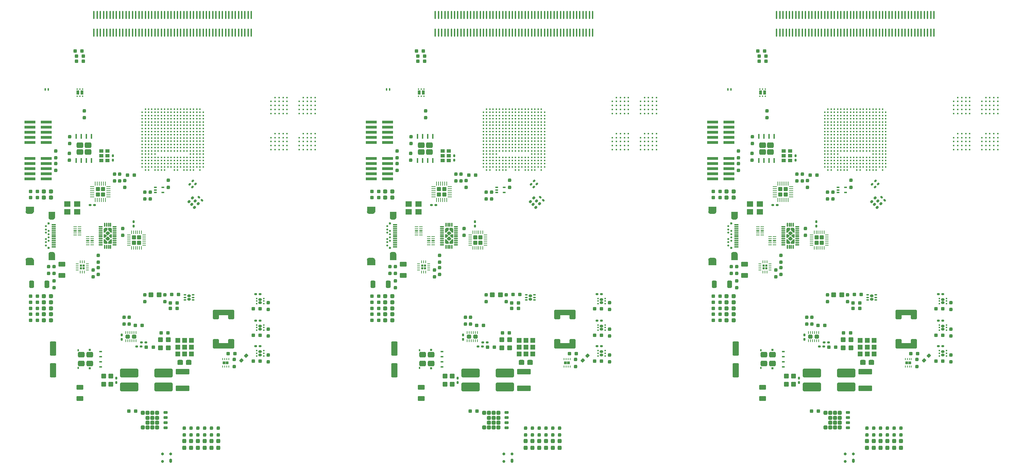
<source format=gtp>
%TF.GenerationSoftware,KiCad,Pcbnew,8.0.3*%
%TF.CreationDate,2024-06-13T09:40:16-07:00*%
%TF.ProjectId,squishy-main-panel,73717569-7368-4792-9d6d-61696e2d7061,2*%
%TF.SameCoordinates,PX102721c0PY8e19cec*%
%TF.FileFunction,Paste,Top*%
%TF.FilePolarity,Positive*%
%FSLAX46Y46*%
G04 Gerber Fmt 4.6, Leading zero omitted, Abs format (unit mm)*
G04 Created by KiCad (PCBNEW 8.0.3) date 2024-06-13 09:40:16*
%MOMM*%
%LPD*%
G01*
G04 APERTURE LIST*
G04 Aperture macros list*
%AMRoundRect*
0 Rectangle with rounded corners*
0 $1 Rounding radius*
0 $2 $3 $4 $5 $6 $7 $8 $9 X,Y pos of 4 corners*
0 Add a 4 corners polygon primitive as box body*
4,1,4,$2,$3,$4,$5,$6,$7,$8,$9,$2,$3,0*
0 Add four circle primitives for the rounded corners*
1,1,$1+$1,$2,$3*
1,1,$1+$1,$4,$5*
1,1,$1+$1,$6,$7*
1,1,$1+$1,$8,$9*
0 Add four rect primitives between the rounded corners*
20,1,$1+$1,$2,$3,$4,$5,0*
20,1,$1+$1,$4,$5,$6,$7,0*
20,1,$1+$1,$6,$7,$8,$9,0*
20,1,$1+$1,$8,$9,$2,$3,0*%
G04 Aperture macros list end*
%ADD10C,0.500000*%
%ADD11C,0.100000*%
%ADD12RoundRect,0.200000X0.250000X0.200000X-0.250000X0.200000X-0.250000X-0.200000X0.250000X-0.200000X0*%
%ADD13RoundRect,0.050000X0.100000X0.250000X-0.100000X0.250000X-0.100000X-0.250000X0.100000X-0.250000X0*%
%ADD14RoundRect,0.125000X-0.175000X-0.125000X0.175000X-0.125000X0.175000X0.125000X-0.175000X0.125000X0*%
%ADD15RoundRect,0.200000X-0.200000X0.250000X-0.200000X-0.250000X0.200000X-0.250000X0.200000X0.250000X0*%
%ADD16RoundRect,0.250600X-0.549400X-0.449400X0.549400X-0.449400X0.549400X0.449400X-0.549400X0.449400X0*%
%ADD17RoundRect,0.125000X0.125000X-0.175000X0.125000X0.175000X-0.125000X0.175000X-0.125000X-0.175000X0*%
%ADD18R,1.250000X1.200000*%
%ADD19RoundRect,0.250000X0.450000X0.385000X-0.450000X0.385000X-0.450000X-0.385000X0.450000X-0.385000X0*%
%ADD20RoundRect,0.200000X-0.250000X-0.200000X0.250000X-0.200000X0.250000X0.200000X-0.250000X0.200000X0*%
%ADD21RoundRect,0.237500X0.287500X0.237500X-0.287500X0.237500X-0.287500X-0.237500X0.287500X-0.237500X0*%
%ADD22RoundRect,0.249999X1.450001X-0.450001X1.450001X0.450001X-1.450001X0.450001X-1.450001X-0.450001X0*%
%ADD23RoundRect,0.062500X0.062500X-0.287500X0.062500X0.287500X-0.062500X0.287500X-0.062500X-0.287500X0*%
%ADD24RoundRect,0.200000X0.200000X-0.250000X0.200000X0.250000X-0.200000X0.250000X-0.200000X-0.250000X0*%
%ADD25RoundRect,0.250000X0.550000X-1.500000X0.550000X1.500000X-0.550000X1.500000X-0.550000X-1.500000X0*%
%ADD26R,0.650000X0.750000*%
%ADD27RoundRect,0.062500X0.062500X-0.187500X0.062500X0.187500X-0.062500X0.187500X-0.062500X-0.187500X0*%
%ADD28RoundRect,0.125000X0.175000X0.125000X-0.175000X0.125000X-0.175000X-0.125000X0.175000X-0.125000X0*%
%ADD29RoundRect,0.075000X-0.100000X0.075000X-0.100000X-0.075000X0.100000X-0.075000X0.100000X0.075000X0*%
%ADD30RoundRect,0.180000X0.180000X0.345000X-0.180000X0.345000X-0.180000X-0.345000X0.180000X-0.345000X0*%
%ADD31RoundRect,0.075000X-0.425000X-0.075000X0.425000X-0.075000X0.425000X0.075000X-0.425000X0.075000X0*%
%ADD32RoundRect,0.075000X0.075000X-0.425000X0.075000X0.425000X-0.075000X0.425000X-0.075000X-0.425000X0*%
%ADD33RoundRect,0.125000X-0.035355X-0.212132X0.212132X0.035355X0.035355X0.212132X-0.212132X-0.035355X0*%
%ADD34RoundRect,0.160000X0.245000X0.160000X-0.245000X0.160000X-0.245000X-0.160000X0.245000X-0.160000X0*%
%ADD35RoundRect,0.093750X0.093750X0.106250X-0.093750X0.106250X-0.093750X-0.106250X0.093750X-0.106250X0*%
%ADD36RoundRect,0.250000X0.250000X0.250000X-0.250000X0.250000X-0.250000X-0.250000X0.250000X-0.250000X0*%
%ADD37RoundRect,0.187500X0.312500X0.187500X-0.312500X0.187500X-0.312500X-0.187500X0.312500X-0.187500X0*%
%ADD38RoundRect,0.237500X0.237500X-0.287500X0.237500X0.287500X-0.237500X0.287500X-0.237500X-0.287500X0*%
%ADD39RoundRect,0.062500X-0.337500X0.062500X-0.337500X-0.062500X0.337500X-0.062500X0.337500X0.062500X0*%
%ADD40RoundRect,0.087500X-0.312500X0.087500X-0.312500X-0.087500X0.312500X-0.087500X0.312500X0.087500X0*%
%ADD41RoundRect,0.200400X-0.399600X-0.399600X0.399600X-0.399600X0.399600X0.399600X-0.399600X0.399600X0*%
%ADD42RoundRect,0.125000X0.212132X-0.035355X-0.035355X0.212132X-0.212132X0.035355X0.035355X-0.212132X0*%
%ADD43C,0.400000*%
%ADD44RoundRect,0.175000X0.175000X0.325000X-0.175000X0.325000X-0.175000X-0.325000X0.175000X-0.325000X0*%
%ADD45RoundRect,0.150000X0.200000X0.150000X-0.200000X0.150000X-0.200000X-0.150000X0.200000X-0.150000X0*%
%ADD46RoundRect,0.250000X-0.625000X0.375000X-0.625000X-0.375000X0.625000X-0.375000X0.625000X0.375000X0*%
%ADD47RoundRect,0.087500X-0.462500X0.087500X-0.462500X-0.087500X0.462500X-0.087500X0.462500X0.087500X0*%
%ADD48C,0.600000*%
%ADD49C,0.500000*%
%ADD50O,2.000000X1.000000*%
%ADD51O,1.600000X1.000000*%
%ADD52RoundRect,0.350000X0.472500X0.350000X-0.472500X0.350000X-0.472500X-0.350000X0.472500X-0.350000X0*%
%ADD53RoundRect,0.102500X0.257500X0.102500X-0.257500X0.102500X-0.257500X-0.102500X0.257500X-0.102500X0*%
%ADD54R,0.510000X0.585000*%
%ADD55R,0.410000X0.470000*%
%ADD56RoundRect,0.125000X-0.125000X0.175000X-0.125000X-0.175000X0.125000X-0.175000X0.125000X0.175000X0*%
%ADD57RoundRect,0.200000X0.035355X0.318198X-0.318198X-0.035355X-0.035355X-0.318198X0.318198X0.035355X0*%
%ADD58RoundRect,0.200400X0.399600X-0.399600X0.399600X0.399600X-0.399600X0.399600X-0.399600X-0.399600X0*%
%ADD59RoundRect,0.225000X-0.325000X0.225000X-0.325000X-0.225000X0.325000X-0.225000X0.325000X0.225000X0*%
%ADD60RoundRect,0.172500X0.232500X0.172500X-0.232500X0.172500X-0.232500X-0.172500X0.232500X-0.172500X0*%
%ADD61RoundRect,0.075000X0.247500X0.075000X-0.247500X0.075000X-0.247500X-0.075000X0.247500X-0.075000X0*%
%ADD62RoundRect,0.249600X-0.350400X-0.650400X0.350400X-0.650400X0.350400X0.650400X-0.350400X0.650400X0*%
%ADD63RoundRect,0.250000X-2.000000X0.825000X-2.000000X-0.825000X2.000000X-0.825000X2.000000X0.825000X0*%
%ADD64RoundRect,0.145000X0.145000X-0.145000X0.145000X0.145000X-0.145000X0.145000X-0.145000X-0.145000X0*%
%ADD65RoundRect,0.062500X0.062500X-0.275000X0.062500X0.275000X-0.062500X0.275000X-0.062500X-0.275000X0*%
%ADD66RoundRect,0.062500X0.275000X-0.062500X0.275000X0.062500X-0.275000X0.062500X-0.275000X-0.062500X0*%
%ADD67RoundRect,0.200000X-1.195000X0.170000X-1.195000X-0.170000X1.195000X-0.170000X1.195000X0.170000X0*%
%ADD68RoundRect,0.100000X-0.225000X-0.100000X0.225000X-0.100000X0.225000X0.100000X-0.225000X0.100000X0*%
%ADD69RoundRect,0.250000X0.625000X-0.375000X0.625000X0.375000X-0.625000X0.375000X-0.625000X-0.375000X0*%
%ADD70RoundRect,0.250000X-0.275000X-0.275000X0.275000X-0.275000X0.275000X0.275000X-0.275000X0.275000X0*%
%ADD71RoundRect,0.062500X-0.437500X-0.062500X0.437500X-0.062500X0.437500X0.062500X-0.437500X0.062500X0*%
%ADD72RoundRect,0.062500X-0.062500X-0.437500X0.062500X-0.437500X0.062500X0.437500X-0.062500X0.437500X0*%
%ADD73RoundRect,0.175000X-0.282843X-0.035355X-0.035355X-0.282843X0.282843X0.035355X0.035355X0.282843X0*%
%ADD74RoundRect,0.250000X0.555000X-0.435000X0.555000X0.435000X-0.555000X0.435000X-0.555000X-0.435000X0*%
%ADD75RoundRect,0.100000X0.100000X-0.500000X0.100000X0.500000X-0.100000X0.500000X-0.100000X-0.500000X0*%
%ADD76RoundRect,0.062500X-0.350000X-0.062500X0.350000X-0.062500X0.350000X0.062500X-0.350000X0.062500X0*%
%ADD77RoundRect,0.062500X-0.062500X-0.350000X0.062500X-0.350000X0.062500X0.350000X-0.062500X0.350000X0*%
%ADD78RoundRect,0.100000X-0.100000X-0.900000X0.100000X-0.900000X0.100000X0.900000X-0.100000X0.900000X0*%
%ADD79RoundRect,0.200400X0.399600X0.399600X-0.399600X0.399600X-0.399600X-0.399600X0.399600X-0.399600X0*%
G04 APERTURE END LIST*
D10*
%TO.C,L3*%
X-22400000Y44702000D02*
X-23400000Y44702000D01*
X-23400000Y45752000D01*
X-26200000Y45752000D01*
X-26200000Y44702000D01*
X-27200000Y44702000D01*
X-27200000Y46552000D01*
X-22400000Y46552000D01*
X-22400000Y44702000D01*
G36*
X-22400000Y44702000D02*
G01*
X-23400000Y44702000D01*
X-23400000Y45752000D01*
X-26200000Y45752000D01*
X-26200000Y44702000D01*
X-27200000Y44702000D01*
X-27200000Y46552000D01*
X-22400000Y46552000D01*
X-22400000Y44702000D01*
G37*
X-26200000Y38252000D02*
X-23400000Y38252000D01*
X-23400000Y39302000D01*
X-22400000Y39302000D01*
X-22400000Y37452000D01*
X-27200000Y37452000D01*
X-27200000Y39302000D01*
X-26200000Y39302000D01*
X-26200000Y38252000D01*
G36*
X-26200000Y38252000D02*
G01*
X-23400000Y38252000D01*
X-23400000Y39302000D01*
X-22400000Y39302000D01*
X-22400000Y37452000D01*
X-27200000Y37452000D01*
X-27200000Y39302000D01*
X-26200000Y39302000D01*
X-26200000Y38252000D01*
G37*
%TO.C,U13*%
X-49000000Y39902000D02*
X-48400000Y39902000D01*
X-48400000Y40402000D01*
X-49000000Y40402000D01*
X-49000000Y39902000D01*
G36*
X-49000000Y39902000D02*
G01*
X-48400000Y39902000D01*
X-48400000Y40402000D01*
X-49000000Y40402000D01*
X-49000000Y39902000D01*
G37*
X-47400000Y39902000D02*
X-46800000Y39902000D01*
X-46800000Y40402000D01*
X-47400000Y40402000D01*
X-47400000Y39902000D01*
G36*
X-47400000Y39902000D02*
G01*
X-46800000Y39902000D01*
X-46800000Y40402000D01*
X-47400000Y40402000D01*
X-47400000Y39902000D01*
G37*
D11*
%TO.C,U5*%
X-223940361Y65252001D02*
X-224340361Y64852001D01*
X-224640361Y64852001D01*
X-224640361Y65652001D01*
X-224340361Y65652001D01*
X-223940361Y65252001D01*
G36*
X-223940361Y65252001D02*
G01*
X-224340361Y64852001D01*
X-224640361Y64852001D01*
X-224640361Y65652001D01*
X-224340361Y65652001D01*
X-223940361Y65252001D01*
G37*
X-222740361Y64852001D02*
X-223040361Y64852001D01*
X-223440361Y65252001D01*
X-223040361Y65652001D01*
X-222740361Y65652001D01*
X-222740361Y64852001D01*
G36*
X-222740361Y64852001D02*
G01*
X-223040361Y64852001D01*
X-223440361Y65252001D01*
X-223040361Y65652001D01*
X-222740361Y65652001D01*
X-222740361Y64852001D01*
G37*
X-223140361Y64552001D02*
X-223490361Y64202001D01*
X-223890361Y64202001D01*
X-224240361Y64552001D01*
X-223790361Y65002001D01*
X-223590361Y65002001D01*
X-223140361Y64552001D01*
G36*
X-223140361Y64552001D02*
G01*
X-223490361Y64202001D01*
X-223890361Y64202001D01*
X-224240361Y64552001D01*
X-223790361Y65002001D01*
X-223590361Y65002001D01*
X-223140361Y64552001D01*
G37*
X-223140361Y65952001D02*
X-223590361Y65502001D01*
X-223790361Y65502001D01*
X-224240361Y65952001D01*
X-223890361Y66302001D01*
X-223490361Y66302001D01*
X-223140361Y65952001D01*
G36*
X-223140361Y65952001D02*
G01*
X-223590361Y65502001D01*
X-223790361Y65502001D01*
X-224240361Y65952001D01*
X-223890361Y66302001D01*
X-223490361Y66302001D01*
X-223140361Y65952001D01*
G37*
X-223840361Y66752001D02*
X-224440361Y66152001D01*
X-224640361Y66152001D01*
X-224640361Y67002001D01*
X-224615361Y67102001D01*
X-224540361Y67177001D01*
X-224440361Y67202001D01*
X-223840361Y67202001D01*
X-223840361Y66752001D01*
G36*
X-223840361Y66752001D02*
G01*
X-224440361Y66152001D01*
X-224640361Y66152001D01*
X-224640361Y67002001D01*
X-224615361Y67102001D01*
X-224540361Y67177001D01*
X-224440361Y67202001D01*
X-223840361Y67202001D01*
X-223840361Y66752001D01*
G37*
X-223840361Y63752001D02*
X-223840361Y63302001D01*
X-224440361Y63302001D01*
X-224540361Y63327001D01*
X-224615361Y63402001D01*
X-224640361Y63502001D01*
X-224640361Y64352001D01*
X-224440361Y64352001D01*
X-223840361Y63752001D01*
G36*
X-223840361Y63752001D02*
G01*
X-223840361Y63302001D01*
X-224440361Y63302001D01*
X-224540361Y63327001D01*
X-224615361Y63402001D01*
X-224640361Y63502001D01*
X-224640361Y64352001D01*
X-224440361Y64352001D01*
X-223840361Y63752001D01*
G37*
X-222840361Y67177001D02*
X-222765361Y67102001D01*
X-222740361Y67002001D01*
X-222740361Y66152001D01*
X-222940361Y66152001D01*
X-223540361Y66752001D01*
X-223540361Y67202001D01*
X-222940361Y67202001D01*
X-222840361Y67177001D01*
G36*
X-222840361Y67177001D02*
G01*
X-222765361Y67102001D01*
X-222740361Y67002001D01*
X-222740361Y66152001D01*
X-222940361Y66152001D01*
X-223540361Y66752001D01*
X-223540361Y67202001D01*
X-222940361Y67202001D01*
X-222840361Y67177001D01*
G37*
X-222740361Y63502001D02*
X-222765361Y63402001D01*
X-222840361Y63327001D01*
X-222940361Y63302001D01*
X-223540361Y63302001D01*
X-223540361Y63752001D01*
X-222940361Y64352001D01*
X-222740361Y64352001D01*
X-222740361Y63502001D01*
G36*
X-222740361Y63502001D02*
G01*
X-222765361Y63402001D01*
X-222840361Y63327001D01*
X-222940361Y63302001D01*
X-223540361Y63302001D01*
X-223540361Y63752001D01*
X-222940361Y64352001D01*
X-222740361Y64352001D01*
X-222740361Y63502001D01*
G37*
%TO.C,U13*%
D10*
X-219000000Y39902000D02*
X-218400000Y39902000D01*
X-218400000Y40402000D01*
X-219000000Y40402000D01*
X-219000000Y39902000D01*
G36*
X-219000000Y39902000D02*
G01*
X-218400000Y39902000D01*
X-218400000Y40402000D01*
X-219000000Y40402000D01*
X-219000000Y39902000D01*
G37*
X-217400000Y39902000D02*
X-216800000Y39902000D01*
X-216800000Y40402000D01*
X-217400000Y40402000D01*
X-217400000Y39902000D01*
G36*
X-217400000Y39902000D02*
G01*
X-216800000Y39902000D01*
X-216800000Y40402000D01*
X-217400000Y40402000D01*
X-217400000Y39902000D01*
G37*
X-134000000Y39902000D02*
X-133400000Y39902000D01*
X-133400000Y40402000D01*
X-134000000Y40402000D01*
X-134000000Y39902000D01*
G36*
X-134000000Y39902000D02*
G01*
X-133400000Y39902000D01*
X-133400000Y40402000D01*
X-134000000Y40402000D01*
X-134000000Y39902000D01*
G37*
X-132400000Y39902000D02*
X-131800000Y39902000D01*
X-131800000Y40402000D01*
X-132400000Y40402000D01*
X-132400000Y39902000D01*
G36*
X-132400000Y39902000D02*
G01*
X-131800000Y39902000D01*
X-131800000Y40402000D01*
X-132400000Y40402000D01*
X-132400000Y39902000D01*
G37*
%TO.C,J3*%
D11*
X-157150000Y71252001D02*
X-159050000Y71252001D01*
X-159050000Y72452001D01*
X-157150000Y72452001D01*
X-157150000Y71252001D01*
G36*
X-157150000Y71252001D02*
G01*
X-159050000Y71252001D01*
X-159050000Y72452001D01*
X-157150000Y72452001D01*
X-157150000Y71252001D01*
G37*
X-157150000Y58052001D02*
X-159050000Y58052001D01*
X-159050000Y59252001D01*
X-157150000Y59252001D01*
X-157150000Y58052001D01*
G36*
X-157150000Y58052001D02*
G01*
X-159050000Y58052001D01*
X-159050000Y59252001D01*
X-157150000Y59252001D01*
X-157150000Y58052001D01*
G37*
X-151850000Y69752001D02*
X-153350000Y69752001D01*
X-153350000Y71202001D01*
X-151850000Y71202001D01*
X-151850000Y69752001D01*
G36*
X-151850000Y69752001D02*
G01*
X-153350000Y69752001D01*
X-153350000Y71202001D01*
X-151850000Y71202001D01*
X-151850000Y69752001D01*
G37*
X-151850000Y59302001D02*
X-153350000Y59302001D01*
X-153350000Y60752001D01*
X-151850000Y60752001D01*
X-151850000Y59302001D01*
G36*
X-151850000Y59302001D02*
G01*
X-153350000Y59302001D01*
X-153350000Y60752001D01*
X-151850000Y60752001D01*
X-151850000Y59302001D01*
G37*
%TO.C,U5*%
X-138940361Y65252001D02*
X-139340361Y64852001D01*
X-139640361Y64852001D01*
X-139640361Y65652001D01*
X-139340361Y65652001D01*
X-138940361Y65252001D01*
G36*
X-138940361Y65252001D02*
G01*
X-139340361Y64852001D01*
X-139640361Y64852001D01*
X-139640361Y65652001D01*
X-139340361Y65652001D01*
X-138940361Y65252001D01*
G37*
X-137740361Y64852001D02*
X-138040361Y64852001D01*
X-138440361Y65252001D01*
X-138040361Y65652001D01*
X-137740361Y65652001D01*
X-137740361Y64852001D01*
G36*
X-137740361Y64852001D02*
G01*
X-138040361Y64852001D01*
X-138440361Y65252001D01*
X-138040361Y65652001D01*
X-137740361Y65652001D01*
X-137740361Y64852001D01*
G37*
X-138140361Y64552001D02*
X-138490361Y64202001D01*
X-138890361Y64202001D01*
X-139240361Y64552001D01*
X-138790361Y65002001D01*
X-138590361Y65002001D01*
X-138140361Y64552001D01*
G36*
X-138140361Y64552001D02*
G01*
X-138490361Y64202001D01*
X-138890361Y64202001D01*
X-139240361Y64552001D01*
X-138790361Y65002001D01*
X-138590361Y65002001D01*
X-138140361Y64552001D01*
G37*
X-138140361Y65952001D02*
X-138590361Y65502001D01*
X-138790361Y65502001D01*
X-139240361Y65952001D01*
X-138890361Y66302001D01*
X-138490361Y66302001D01*
X-138140361Y65952001D01*
G36*
X-138140361Y65952001D02*
G01*
X-138590361Y65502001D01*
X-138790361Y65502001D01*
X-139240361Y65952001D01*
X-138890361Y66302001D01*
X-138490361Y66302001D01*
X-138140361Y65952001D01*
G37*
X-138840361Y66752001D02*
X-139440361Y66152001D01*
X-139640361Y66152001D01*
X-139640361Y67002001D01*
X-139615361Y67102001D01*
X-139540361Y67177001D01*
X-139440361Y67202001D01*
X-138840361Y67202001D01*
X-138840361Y66752001D01*
G36*
X-138840361Y66752001D02*
G01*
X-139440361Y66152001D01*
X-139640361Y66152001D01*
X-139640361Y67002001D01*
X-139615361Y67102001D01*
X-139540361Y67177001D01*
X-139440361Y67202001D01*
X-138840361Y67202001D01*
X-138840361Y66752001D01*
G37*
X-138840361Y63752001D02*
X-138840361Y63302001D01*
X-139440361Y63302001D01*
X-139540361Y63327001D01*
X-139615361Y63402001D01*
X-139640361Y63502001D01*
X-139640361Y64352001D01*
X-139440361Y64352001D01*
X-138840361Y63752001D01*
G36*
X-138840361Y63752001D02*
G01*
X-138840361Y63302001D01*
X-139440361Y63302001D01*
X-139540361Y63327001D01*
X-139615361Y63402001D01*
X-139640361Y63502001D01*
X-139640361Y64352001D01*
X-139440361Y64352001D01*
X-138840361Y63752001D01*
G37*
X-137840361Y67177001D02*
X-137765361Y67102001D01*
X-137740361Y67002001D01*
X-137740361Y66152001D01*
X-137940361Y66152001D01*
X-138540361Y66752001D01*
X-138540361Y67202001D01*
X-137940361Y67202001D01*
X-137840361Y67177001D01*
G36*
X-137840361Y67177001D02*
G01*
X-137765361Y67102001D01*
X-137740361Y67002001D01*
X-137740361Y66152001D01*
X-137940361Y66152001D01*
X-138540361Y66752001D01*
X-138540361Y67202001D01*
X-137940361Y67202001D01*
X-137840361Y67177001D01*
G37*
X-137740361Y63502001D02*
X-137765361Y63402001D01*
X-137840361Y63327001D01*
X-137940361Y63302001D01*
X-138540361Y63302001D01*
X-138540361Y63752001D01*
X-137940361Y64352001D01*
X-137740361Y64352001D01*
X-137740361Y63502001D01*
G36*
X-137740361Y63502001D02*
G01*
X-137765361Y63402001D01*
X-137840361Y63327001D01*
X-137940361Y63302001D01*
X-138540361Y63302001D01*
X-138540361Y63752001D01*
X-137940361Y64352001D01*
X-137740361Y64352001D01*
X-137740361Y63502001D01*
G37*
D10*
%TO.C,L3*%
X-107400000Y44702000D02*
X-108400000Y44702000D01*
X-108400000Y45752000D01*
X-111200000Y45752000D01*
X-111200000Y44702000D01*
X-112200000Y44702000D01*
X-112200000Y46552000D01*
X-107400000Y46552000D01*
X-107400000Y44702000D01*
G36*
X-107400000Y44702000D02*
G01*
X-108400000Y44702000D01*
X-108400000Y45752000D01*
X-111200000Y45752000D01*
X-111200000Y44702000D01*
X-112200000Y44702000D01*
X-112200000Y46552000D01*
X-107400000Y46552000D01*
X-107400000Y44702000D01*
G37*
X-111200000Y38252000D02*
X-108400000Y38252000D01*
X-108400000Y39302000D01*
X-107400000Y39302000D01*
X-107400000Y37452000D01*
X-112200000Y37452000D01*
X-112200000Y39302000D01*
X-111200000Y39302000D01*
X-111200000Y38252000D01*
G36*
X-111200000Y38252000D02*
G01*
X-108400000Y38252000D01*
X-108400000Y39302000D01*
X-107400000Y39302000D01*
X-107400000Y37452000D01*
X-112200000Y37452000D01*
X-112200000Y39302000D01*
X-111200000Y39302000D01*
X-111200000Y38252000D01*
G37*
%TO.C,J3*%
D11*
X-242150000Y71252001D02*
X-244050000Y71252001D01*
X-244050000Y72452001D01*
X-242150000Y72452001D01*
X-242150000Y71252001D01*
G36*
X-242150000Y71252001D02*
G01*
X-244050000Y71252001D01*
X-244050000Y72452001D01*
X-242150000Y72452001D01*
X-242150000Y71252001D01*
G37*
X-242150000Y58052001D02*
X-244050000Y58052001D01*
X-244050000Y59252001D01*
X-242150000Y59252001D01*
X-242150000Y58052001D01*
G36*
X-242150000Y58052001D02*
G01*
X-244050000Y58052001D01*
X-244050000Y59252001D01*
X-242150000Y59252001D01*
X-242150000Y58052001D01*
G37*
X-236850000Y69752001D02*
X-238350000Y69752001D01*
X-238350000Y71202001D01*
X-236850000Y71202001D01*
X-236850000Y69752001D01*
G36*
X-236850000Y69752001D02*
G01*
X-238350000Y69752001D01*
X-238350000Y71202001D01*
X-236850000Y71202001D01*
X-236850000Y69752001D01*
G37*
X-236850000Y59302001D02*
X-238350000Y59302001D01*
X-238350000Y60752001D01*
X-236850000Y60752001D01*
X-236850000Y59302001D01*
G36*
X-236850000Y59302001D02*
G01*
X-238350000Y59302001D01*
X-238350000Y60752001D01*
X-236850000Y60752001D01*
X-236850000Y59302001D01*
G37*
D10*
%TO.C,L3*%
X-192400000Y44702000D02*
X-193400000Y44702000D01*
X-193400000Y45752000D01*
X-196200000Y45752000D01*
X-196200000Y44702000D01*
X-197200000Y44702000D01*
X-197200000Y46552000D01*
X-192400000Y46552000D01*
X-192400000Y44702000D01*
G36*
X-192400000Y44702000D02*
G01*
X-193400000Y44702000D01*
X-193400000Y45752000D01*
X-196200000Y45752000D01*
X-196200000Y44702000D01*
X-197200000Y44702000D01*
X-197200000Y46552000D01*
X-192400000Y46552000D01*
X-192400000Y44702000D01*
G37*
X-196200000Y38252000D02*
X-193400000Y38252000D01*
X-193400000Y39302000D01*
X-192400000Y39302000D01*
X-192400000Y37452000D01*
X-197200000Y37452000D01*
X-197200000Y39302000D01*
X-196200000Y39302000D01*
X-196200000Y38252000D01*
G36*
X-196200000Y38252000D02*
G01*
X-193400000Y38252000D01*
X-193400000Y39302000D01*
X-192400000Y39302000D01*
X-192400000Y37452000D01*
X-197200000Y37452000D01*
X-197200000Y39302000D01*
X-196200000Y39302000D01*
X-196200000Y38252000D01*
G37*
%TO.C,J3*%
D11*
X-72150000Y71252001D02*
X-74050000Y71252001D01*
X-74050000Y72452001D01*
X-72150000Y72452001D01*
X-72150000Y71252001D01*
G36*
X-72150000Y71252001D02*
G01*
X-74050000Y71252001D01*
X-74050000Y72452001D01*
X-72150000Y72452001D01*
X-72150000Y71252001D01*
G37*
X-72150000Y58052001D02*
X-74050000Y58052001D01*
X-74050000Y59252001D01*
X-72150000Y59252001D01*
X-72150000Y58052001D01*
G36*
X-72150000Y58052001D02*
G01*
X-74050000Y58052001D01*
X-74050000Y59252001D01*
X-72150000Y59252001D01*
X-72150000Y58052001D01*
G37*
X-66850000Y69752001D02*
X-68350000Y69752001D01*
X-68350000Y71202001D01*
X-66850000Y71202001D01*
X-66850000Y69752001D01*
G36*
X-66850000Y69752001D02*
G01*
X-68350000Y69752001D01*
X-68350000Y71202001D01*
X-66850000Y71202001D01*
X-66850000Y69752001D01*
G37*
X-66850000Y59302001D02*
X-68350000Y59302001D01*
X-68350000Y60752001D01*
X-66850000Y60752001D01*
X-66850000Y59302001D01*
G36*
X-66850000Y59302001D02*
G01*
X-68350000Y59302001D01*
X-68350000Y60752001D01*
X-66850000Y60752001D01*
X-66850000Y59302001D01*
G37*
%TO.C,U5*%
X-53940361Y65252001D02*
X-54340361Y64852001D01*
X-54640361Y64852001D01*
X-54640361Y65652001D01*
X-54340361Y65652001D01*
X-53940361Y65252001D01*
G36*
X-53940361Y65252001D02*
G01*
X-54340361Y64852001D01*
X-54640361Y64852001D01*
X-54640361Y65652001D01*
X-54340361Y65652001D01*
X-53940361Y65252001D01*
G37*
X-52740361Y64852001D02*
X-53040361Y64852001D01*
X-53440361Y65252001D01*
X-53040361Y65652001D01*
X-52740361Y65652001D01*
X-52740361Y64852001D01*
G36*
X-52740361Y64852001D02*
G01*
X-53040361Y64852001D01*
X-53440361Y65252001D01*
X-53040361Y65652001D01*
X-52740361Y65652001D01*
X-52740361Y64852001D01*
G37*
X-53140361Y64552001D02*
X-53490361Y64202001D01*
X-53890361Y64202001D01*
X-54240361Y64552001D01*
X-53790361Y65002001D01*
X-53590361Y65002001D01*
X-53140361Y64552001D01*
G36*
X-53140361Y64552001D02*
G01*
X-53490361Y64202001D01*
X-53890361Y64202001D01*
X-54240361Y64552001D01*
X-53790361Y65002001D01*
X-53590361Y65002001D01*
X-53140361Y64552001D01*
G37*
X-53140361Y65952001D02*
X-53590361Y65502001D01*
X-53790361Y65502001D01*
X-54240361Y65952001D01*
X-53890361Y66302001D01*
X-53490361Y66302001D01*
X-53140361Y65952001D01*
G36*
X-53140361Y65952001D02*
G01*
X-53590361Y65502001D01*
X-53790361Y65502001D01*
X-54240361Y65952001D01*
X-53890361Y66302001D01*
X-53490361Y66302001D01*
X-53140361Y65952001D01*
G37*
X-53840361Y66752001D02*
X-54440361Y66152001D01*
X-54640361Y66152001D01*
X-54640361Y67002001D01*
X-54615361Y67102001D01*
X-54540361Y67177001D01*
X-54440361Y67202001D01*
X-53840361Y67202001D01*
X-53840361Y66752001D01*
G36*
X-53840361Y66752001D02*
G01*
X-54440361Y66152001D01*
X-54640361Y66152001D01*
X-54640361Y67002001D01*
X-54615361Y67102001D01*
X-54540361Y67177001D01*
X-54440361Y67202001D01*
X-53840361Y67202001D01*
X-53840361Y66752001D01*
G37*
X-53840361Y63752001D02*
X-53840361Y63302001D01*
X-54440361Y63302001D01*
X-54540361Y63327001D01*
X-54615361Y63402001D01*
X-54640361Y63502001D01*
X-54640361Y64352001D01*
X-54440361Y64352001D01*
X-53840361Y63752001D01*
G36*
X-53840361Y63752001D02*
G01*
X-53840361Y63302001D01*
X-54440361Y63302001D01*
X-54540361Y63327001D01*
X-54615361Y63402001D01*
X-54640361Y63502001D01*
X-54640361Y64352001D01*
X-54440361Y64352001D01*
X-53840361Y63752001D01*
G37*
X-52840361Y67177001D02*
X-52765361Y67102001D01*
X-52740361Y67002001D01*
X-52740361Y66152001D01*
X-52940361Y66152001D01*
X-53540361Y66752001D01*
X-53540361Y67202001D01*
X-52940361Y67202001D01*
X-52840361Y67177001D01*
G36*
X-52840361Y67177001D02*
G01*
X-52765361Y67102001D01*
X-52740361Y67002001D01*
X-52740361Y66152001D01*
X-52940361Y66152001D01*
X-53540361Y66752001D01*
X-53540361Y67202001D01*
X-52940361Y67202001D01*
X-52840361Y67177001D01*
G37*
X-52740361Y63502001D02*
X-52765361Y63402001D01*
X-52840361Y63327001D01*
X-52940361Y63302001D01*
X-53540361Y63302001D01*
X-53540361Y63752001D01*
X-52940361Y64352001D01*
X-52740361Y64352001D01*
X-52740361Y63502001D01*
G36*
X-52740361Y63502001D02*
G01*
X-52765361Y63402001D01*
X-52840361Y63327001D01*
X-52940361Y63302001D01*
X-53540361Y63302001D01*
X-53540361Y63752001D01*
X-52940361Y64352001D01*
X-52740361Y64352001D01*
X-52740361Y63502001D01*
G37*
%TD*%
D12*
%TO.C,L2*%
X-121050000Y50602000D03*
X-122750000Y50602000D03*
%TD*%
D13*
%TO.C,D17*%
X-68500001Y101702000D03*
X-69199999Y101702000D03*
%TD*%
D14*
%TO.C,C41*%
X-186850000Y44152000D03*
X-185750000Y44152000D03*
%TD*%
D15*
%TO.C,R20*%
X-151600000Y86352000D03*
X-151600000Y84652000D03*
%TD*%
D16*
%TO.C,X4*%
X-233700000Y71252000D03*
X-231300000Y71252000D03*
X-231300000Y73152000D03*
X-233700000Y73152000D03*
%TD*%
D14*
%TO.C,R29*%
X-228050000Y72902000D03*
X-226950000Y72902000D03*
%TD*%
D15*
%TO.C,C89*%
X-124400000Y50552000D03*
X-124400000Y48852000D03*
%TD*%
%TO.C,C23*%
X-233100000Y89952000D03*
X-233100000Y88252000D03*
%TD*%
D17*
%TO.C,R13*%
X-222400000Y84052000D03*
X-222400000Y85152000D03*
%TD*%
D15*
%TO.C,R20*%
X-66600000Y86352000D03*
X-66600000Y84652000D03*
%TD*%
D12*
%TO.C,R59*%
X-145050000Y111302000D03*
X-146750000Y111302000D03*
%TD*%
D15*
%TO.C,R4*%
X-134600000Y44952000D03*
X-134600000Y43252000D03*
%TD*%
D18*
%TO.C,D1*%
X-32850000Y35851999D03*
X-32850000Y37541999D03*
X-32850000Y39201999D03*
X-34550000Y35851999D03*
X-34550000Y37541999D03*
X-34550000Y39201999D03*
X-36250000Y35851999D03*
X-36250000Y37541999D03*
X-36250000Y39201999D03*
D19*
X-33510000Y33736999D03*
X-35590000Y33736999D03*
%TD*%
D20*
%TO.C,R24*%
X-157850000Y45701999D03*
X-156150000Y45701999D03*
%TD*%
D21*
%TO.C,D2*%
X-237825000Y44202000D03*
X-239575000Y44202000D03*
%TD*%
%TO.C,D5*%
X-152825000Y48702000D03*
X-154575000Y48702000D03*
%TD*%
D15*
%TO.C,R39*%
X-44400000Y76152000D03*
X-44400000Y74452000D03*
%TD*%
D22*
%TO.C,C28*%
X-120050000Y27302001D03*
X-120050000Y31402001D03*
%TD*%
D15*
%TO.C,C25*%
X-218300000Y44952000D03*
X-218300000Y43252000D03*
%TD*%
D20*
%TO.C,R16*%
X-218400000Y21602000D03*
X-216700000Y21602000D03*
%TD*%
%TO.C,R26*%
X-242850000Y48702000D03*
X-241150000Y48702000D03*
%TD*%
D23*
%TO.C,U13*%
X-49150000Y39102000D03*
X-48650000Y39102000D03*
X-48150000Y39102000D03*
X-47650000Y39102000D03*
X-47150000Y39102000D03*
X-46650000Y39102000D03*
X-46650000Y41202000D03*
X-47150000Y41202000D03*
X-47650000Y41202000D03*
X-48150000Y41202000D03*
X-48650000Y41202000D03*
X-49150000Y41202000D03*
%TD*%
D12*
%TO.C,C98*%
X-59750000Y110002000D03*
X-61450000Y110002000D03*
%TD*%
D24*
%TO.C,R8*%
X-152000000Y55902000D03*
X-152000000Y57602000D03*
%TD*%
%TO.C,R60*%
X-229500000Y94652000D03*
X-229500000Y96352000D03*
%TD*%
D15*
%TO.C,R9*%
X-49900000Y67077000D03*
X-49900000Y65377000D03*
%TD*%
D25*
%TO.C,C94*%
X-237300000Y31802000D03*
X-237300000Y37202000D03*
%TD*%
D26*
%TO.C,U23*%
X-24700000Y33632500D03*
X-23900000Y33632500D03*
D27*
X-25050000Y32682500D03*
X-24550000Y32682500D03*
X-24050000Y32682500D03*
X-23550000Y32682500D03*
X-23550000Y34582500D03*
X-24050000Y34582500D03*
X-24550000Y34582500D03*
X-25050000Y34582500D03*
%TD*%
D20*
%TO.C,C30*%
X-40400000Y41102000D03*
X-38700000Y41102000D03*
%TD*%
D28*
%TO.C,C26*%
X-130350000Y37702000D03*
X-131450000Y37702000D03*
%TD*%
D29*
%TO.C,Q7*%
X-59950000Y101777000D03*
X-60600000Y101776999D03*
D30*
X-61090000Y100902000D03*
D29*
X-61250000Y101777000D03*
X-61250000Y100027000D03*
X-60600000Y100027001D03*
X-59950000Y100027000D03*
D30*
X-60110000Y100902000D03*
%TD*%
D15*
%TO.C,C89*%
X-209400000Y50552000D03*
X-209400000Y48852000D03*
%TD*%
D31*
%TO.C,U5*%
X-225440361Y67502001D03*
X-225440361Y67002001D03*
X-225440361Y66502001D03*
X-225440361Y66002001D03*
X-225440361Y65502001D03*
X-225440361Y65002001D03*
X-225440361Y64502001D03*
X-225440361Y64002001D03*
X-225440361Y63502001D03*
X-225440361Y63002001D03*
D32*
X-224440361Y62502001D03*
X-223940361Y62502001D03*
X-223440361Y62502001D03*
X-222940361Y62502001D03*
D31*
X-221940361Y63002001D03*
X-221940361Y63502001D03*
X-221940361Y64002001D03*
X-221940361Y64502001D03*
X-221940361Y65002001D03*
X-221940361Y65502001D03*
X-221940361Y66002001D03*
X-221940361Y66502001D03*
X-221940361Y67002001D03*
X-221940361Y67502001D03*
D32*
X-222940361Y68002001D03*
X-223440361Y68002001D03*
X-223940361Y68002001D03*
X-224440361Y68002001D03*
%TD*%
D14*
%TO.C,C86*%
X-186850000Y50752000D03*
X-185750000Y50752000D03*
%TD*%
D33*
%TO.C,C10*%
X-202581802Y77405984D03*
X-201803984Y78183802D03*
%TD*%
D20*
%TO.C,R18*%
X-131800000Y42902000D03*
X-130100000Y42902000D03*
%TD*%
D15*
%TO.C,R4*%
X-219600000Y44952000D03*
X-219600000Y43252000D03*
%TD*%
D14*
%TO.C,C41*%
X-16850000Y44152000D03*
X-15750000Y44152000D03*
%TD*%
D16*
%TO.C,X4*%
X-148700000Y71252000D03*
X-146300000Y71252000D03*
X-146300000Y73152000D03*
X-148700000Y73152000D03*
%TD*%
D20*
%TO.C,R26*%
X-157850000Y48702000D03*
X-156150000Y48702000D03*
%TD*%
D24*
%TO.C,C47*%
X-38600000Y77352000D03*
X-38600000Y79052000D03*
%TD*%
%TO.C,C8*%
X-68350000Y55902000D03*
X-68350000Y57602000D03*
%TD*%
D34*
%TO.C,U16*%
X-185700000Y42002000D03*
X-185700000Y42802000D03*
D35*
X-184812500Y41752000D03*
X-184812500Y42402000D03*
X-184812500Y43052000D03*
X-186587500Y43052000D03*
X-186587500Y42402000D03*
X-186587500Y41752000D03*
%TD*%
D36*
%TO.C,Q1*%
X-211350000Y17552000D03*
X-211350000Y18752000D03*
X-211350000Y19952000D03*
X-211350000Y21152000D03*
X-212550000Y17552000D03*
X-212550000Y18752000D03*
X-212550000Y19952000D03*
X-212550000Y21152000D03*
X-213750000Y17552000D03*
X-213750000Y18752000D03*
X-213750000Y19952000D03*
X-213750000Y21152000D03*
X-214950000Y17552000D03*
X-214950000Y21152000D03*
D37*
X-209302750Y21257000D03*
X-209302750Y17447000D03*
X-209302750Y18717000D03*
X-209302750Y19987000D03*
%TD*%
D15*
%TO.C,R31*%
X-26100002Y17352000D03*
X-26100002Y15652000D03*
%TD*%
D23*
%TO.C,U13*%
X-219150000Y39102000D03*
X-218650000Y39102000D03*
X-218150000Y39102000D03*
X-217650000Y39102000D03*
X-217150000Y39102000D03*
X-216650000Y39102000D03*
X-216650000Y41202000D03*
X-217150000Y41202000D03*
X-217650000Y41202000D03*
X-218150000Y41202000D03*
X-218650000Y41202000D03*
X-219150000Y41202000D03*
%TD*%
D21*
%TO.C,D16*%
X-152825000Y76302000D03*
X-154575000Y76302000D03*
%TD*%
D22*
%TO.C,C28*%
X-205050000Y27302001D03*
X-205050000Y31402001D03*
%TD*%
D21*
%TO.C,D16*%
X-237825000Y76302000D03*
X-239575000Y76302000D03*
%TD*%
D15*
%TO.C,C45*%
X-98700000Y35602000D03*
X-98700000Y33902000D03*
%TD*%
D33*
%TO.C,C9*%
X-203288909Y78113091D03*
X-202511091Y78890909D03*
%TD*%
D38*
%TO.C,D10*%
X-199500002Y12427000D03*
X-199500002Y14177000D03*
%TD*%
D20*
%TO.C,R21*%
X-157850000Y76302000D03*
X-156150000Y76302000D03*
%TD*%
%TO.C,R23*%
X-72850000Y44202000D03*
X-71150000Y44202000D03*
%TD*%
D15*
%TO.C,R5*%
X-219400000Y79002000D03*
X-219400000Y77302000D03*
%TD*%
%TO.C,R12*%
X-135700000Y80652000D03*
X-135700000Y78952000D03*
%TD*%
D26*
%TO.C,U23*%
X-109700000Y33632500D03*
X-108900000Y33632500D03*
D27*
X-110050000Y32682500D03*
X-109550000Y32682500D03*
X-109050000Y32682500D03*
X-108550000Y32682500D03*
X-108550000Y34582500D03*
X-109050000Y34582500D03*
X-109550000Y34582500D03*
X-110050000Y34582500D03*
%TD*%
D15*
%TO.C,R31*%
X-111100002Y17352000D03*
X-111100002Y15652000D03*
%TD*%
D23*
%TO.C,U13*%
X-134150000Y39102000D03*
X-133650000Y39102000D03*
X-133150000Y39102000D03*
X-132650000Y39102000D03*
X-132150000Y39102000D03*
X-131650000Y39102000D03*
X-131650000Y41202000D03*
X-132150000Y41202000D03*
X-132650000Y41202000D03*
X-133150000Y41202000D03*
X-133650000Y41202000D03*
X-134150000Y41202000D03*
%TD*%
D17*
%TO.C,R13*%
X-52400000Y84052000D03*
X-52400000Y85152000D03*
%TD*%
D20*
%TO.C,C40*%
X-102450000Y40452000D03*
X-100750000Y40452000D03*
%TD*%
D39*
%TO.C,U8*%
X-143690361Y65002000D03*
X-143690361Y64502000D03*
D40*
X-143690361Y64002000D03*
D39*
X-143690361Y63502000D03*
X-143690361Y63002000D03*
X-142590361Y63002000D03*
X-142590361Y63502000D03*
D40*
X-142590361Y64002000D03*
D39*
X-142590361Y64502000D03*
X-142590361Y65002000D03*
%TD*%
D21*
%TO.C,D3*%
X-67825000Y45701999D03*
X-69575000Y45701999D03*
%TD*%
D33*
%TO.C,C10*%
X-117581802Y77405984D03*
X-116803984Y78183802D03*
%TD*%
D21*
%TO.C,D3*%
X-237825000Y45701999D03*
X-239575000Y45701999D03*
%TD*%
D41*
%TO.C,C32*%
X-210550000Y39352000D03*
X-208550000Y39352000D03*
%TD*%
D42*
%TO.C,R11*%
X-30211091Y74113091D03*
X-30988909Y74890909D03*
%TD*%
D36*
%TO.C,Q1*%
X-126350000Y17552000D03*
X-126350000Y18752000D03*
X-126350000Y19952000D03*
X-126350000Y21152000D03*
X-127550000Y17552000D03*
X-127550000Y18752000D03*
X-127550000Y19952000D03*
X-127550000Y21152000D03*
X-128750000Y17552000D03*
X-128750000Y18752000D03*
X-128750000Y19952000D03*
X-128750000Y21152000D03*
X-129950000Y17552000D03*
X-129950000Y21152000D03*
D37*
X-124302750Y21257000D03*
X-124302750Y17447000D03*
X-124302750Y18717000D03*
X-124302750Y19987000D03*
%TD*%
D43*
%TO.C,U15*%
X-175000001Y90702000D03*
X-174000001Y90702001D03*
X-173000001Y90702000D03*
X-172000001Y90702000D03*
X-176000001Y89702000D03*
X-175000001Y89702000D03*
X-174000001Y89702000D03*
X-173000001Y89702000D03*
X-172000001Y89702000D03*
X-176000002Y88702000D03*
X-175000001Y88702000D03*
X-174000001Y88702000D03*
X-173000001Y88702000D03*
X-172000000Y88702000D03*
X-176000001Y87702000D03*
X-175000001Y87702000D03*
X-174000001Y87702000D03*
X-173000001Y87702000D03*
X-172000001Y87702000D03*
X-176000001Y86702000D03*
X-175000001Y86702000D03*
X-174000001Y86701999D03*
X-173000001Y86702000D03*
X-172000001Y86702000D03*
%TD*%
D42*
%TO.C,R11*%
X-200211091Y74113091D03*
X-200988909Y74890909D03*
%TD*%
D41*
%TO.C,C29*%
X-40550000Y37351999D03*
X-38550000Y37351999D03*
%TD*%
D15*
%TO.C,C23*%
X-63100000Y89952000D03*
X-63100000Y88252000D03*
%TD*%
D14*
%TO.C,C86*%
X-16850000Y50752000D03*
X-15750000Y50752000D03*
%TD*%
D41*
%TO.C,C32*%
X-125550000Y39352000D03*
X-123550000Y39352000D03*
%TD*%
D20*
%TO.C,R25*%
X-242850000Y47202001D03*
X-241150000Y47202001D03*
%TD*%
%TO.C,R18*%
X-216800000Y42902000D03*
X-215100000Y42902000D03*
%TD*%
D15*
%TO.C,R42*%
X-119600003Y17352000D03*
X-119600003Y15652000D03*
%TD*%
D44*
%TO.C,U4*%
X-38000000Y9252000D03*
D45*
X-38000000Y10952000D03*
X-40000000Y10952000D03*
X-40000000Y9052000D03*
%TD*%
D15*
%TO.C,R22*%
X-226000000Y60402000D03*
X-226000000Y58702000D03*
%TD*%
D34*
%TO.C,U17*%
X-185700000Y35602000D03*
X-185700000Y36402000D03*
D35*
X-184812500Y35352000D03*
X-184812500Y36002000D03*
X-184812500Y36652000D03*
X-186587500Y36652000D03*
X-186587500Y36002000D03*
X-186587500Y35352000D03*
%TD*%
D20*
%TO.C,R25*%
X-157850000Y47202001D03*
X-156150000Y47202001D03*
%TD*%
D43*
%TO.C,U3*%
X-175000001Y99702000D03*
X-174000001Y99702001D03*
X-173000001Y99702000D03*
X-172000001Y99702000D03*
X-176000001Y98702000D03*
X-175000001Y98702000D03*
X-174000001Y98702000D03*
X-173000001Y98702000D03*
X-172000001Y98702000D03*
X-176000002Y97702000D03*
X-175000001Y97702000D03*
X-174000001Y97702000D03*
X-173000001Y97702000D03*
X-172000000Y97702000D03*
X-176000001Y96702000D03*
X-175000001Y96702000D03*
X-174000001Y96702000D03*
X-173000001Y96702000D03*
X-172000001Y96702000D03*
X-176000001Y95702000D03*
X-175000001Y95702000D03*
X-174000001Y95701999D03*
X-173000001Y95702000D03*
X-172000001Y95702000D03*
%TD*%
D38*
%TO.C,D8*%
X-204600003Y12426997D03*
X-204600003Y14176997D03*
%TD*%
D41*
%TO.C,C29*%
X-125550000Y37351999D03*
X-123550000Y37351999D03*
%TD*%
D38*
%TO.C,D7*%
X-111100000Y12427001D03*
X-111100000Y14177001D03*
%TD*%
D12*
%TO.C,C99*%
X-229750000Y108702000D03*
X-231450000Y108702000D03*
%TD*%
D15*
%TO.C,R9*%
X-134900000Y67077000D03*
X-134900000Y65377000D03*
%TD*%
%TO.C,R22*%
X-141000000Y60402000D03*
X-141000000Y58702000D03*
%TD*%
%TO.C,C25*%
X-133300000Y44952000D03*
X-133300000Y43252000D03*
%TD*%
D46*
%TO.C,F2*%
X-150100000Y58152000D03*
X-150100000Y55352000D03*
%TD*%
D21*
%TO.C,D16*%
X-67825000Y76302000D03*
X-69575000Y76302000D03*
%TD*%
D47*
%TO.C,J3*%
X-152100000Y68002001D03*
X-152100000Y67502001D03*
X-152100000Y67002001D03*
X-152100000Y66502001D03*
X-152100000Y66002001D03*
X-152100000Y65502001D03*
X-152100000Y65002001D03*
X-152100000Y64502001D03*
X-152100000Y64002001D03*
X-152100000Y63502001D03*
X-152100000Y63002001D03*
X-152100000Y62502001D03*
D48*
X-153400000Y62202001D03*
D49*
X-154100000Y62852001D03*
X-154100000Y63652001D03*
X-153400000Y64052001D03*
X-154100000Y64452001D03*
X-153400000Y64852001D03*
X-153400000Y65652001D03*
X-154100000Y66052001D03*
X-153400000Y66452001D03*
X-154100000Y66852001D03*
X-154100000Y67652001D03*
D48*
X-153400000Y68302001D03*
D50*
X-158100000Y71252001D03*
D51*
X-152600000Y69752001D03*
X-152600000Y60752001D03*
D50*
X-158100000Y59252001D03*
%TD*%
D38*
%TO.C,D10*%
X-114500002Y12427000D03*
X-114500002Y14177000D03*
%TD*%
D17*
%TO.C,R13*%
X-137400000Y84052000D03*
X-137400000Y85152000D03*
%TD*%
D20*
%TO.C,R26*%
X-72850000Y48702000D03*
X-71150000Y48702000D03*
%TD*%
D12*
%TO.C,R59*%
X-60050000Y111302000D03*
X-61750000Y111302000D03*
%TD*%
D43*
%TO.C,U15*%
X-5000001Y90702000D03*
X-4000001Y90702001D03*
X-3000001Y90702000D03*
X-2000001Y90702000D03*
X-6000001Y89702000D03*
X-5000001Y89702000D03*
X-4000001Y89702000D03*
X-3000001Y89702000D03*
X-2000001Y89702000D03*
X-6000002Y88702000D03*
X-5000001Y88702000D03*
X-4000001Y88702000D03*
X-3000001Y88702000D03*
X-2000000Y88702000D03*
X-6000001Y87702000D03*
X-5000001Y87702000D03*
X-4000001Y87702000D03*
X-3000001Y87702000D03*
X-2000001Y87702000D03*
X-6000001Y86702000D03*
X-5000001Y86702000D03*
X-4000001Y86701999D03*
X-3000001Y86702000D03*
X-2000001Y86702000D03*
%TD*%
D15*
%TO.C,R80*%
X-197800000Y17352000D03*
X-197800000Y15652000D03*
%TD*%
%TO.C,R79*%
X-114500000Y17352000D03*
X-114500000Y15652000D03*
%TD*%
D12*
%TO.C,C99*%
X-144750000Y108702000D03*
X-146450000Y108702000D03*
%TD*%
D52*
%TO.C,Q10*%
X-58155000Y35637000D03*
X-58165000Y33437000D03*
X-60265000Y33437000D03*
X-60265000Y35637000D03*
D53*
X-55450000Y32632000D03*
X-55450000Y33902000D03*
X-55450000Y35172000D03*
X-55450000Y36442000D03*
D54*
X-58165000Y36809500D03*
D55*
X-61035000Y36752000D03*
D54*
X-58165000Y32264500D03*
D55*
X-61035000Y32322000D03*
%TD*%
D20*
%TO.C,R7*%
X-157850000Y74802001D03*
X-156150000Y74802001D03*
%TD*%
D15*
%TO.C,R79*%
X-199500000Y17352000D03*
X-199500000Y15652000D03*
%TD*%
D56*
%TO.C,R30*%
X-217250001Y68752000D03*
X-217250001Y67652000D03*
%TD*%
D52*
%TO.C,Q10*%
X-143155000Y35637000D03*
X-143165000Y33437000D03*
X-145265000Y33437000D03*
X-145265000Y35637000D03*
D53*
X-140450000Y32632000D03*
X-140450000Y33902000D03*
X-140450000Y35172000D03*
X-140450000Y36442000D03*
D54*
X-143165000Y36809500D03*
D55*
X-146035000Y36752000D03*
D54*
X-143165000Y32264500D03*
D55*
X-146035000Y32322000D03*
%TD*%
D15*
%TO.C,R4*%
X-49600000Y44952000D03*
X-49600000Y43252000D03*
%TD*%
D41*
%TO.C,C29*%
X-210550000Y37351999D03*
X-208550000Y37351999D03*
%TD*%
D15*
%TO.C,C87*%
X-98700001Y48602000D03*
X-98700001Y46902000D03*
%TD*%
D24*
%TO.C,R55*%
X-107150000Y32732499D03*
X-107150000Y34432499D03*
%TD*%
D15*
%TO.C,R78*%
X-201200000Y17352000D03*
X-201200000Y15652000D03*
%TD*%
%TO.C,R39*%
X-214400000Y76152000D03*
X-214400000Y74452000D03*
%TD*%
D24*
%TO.C,R60*%
X-144500000Y94652000D03*
X-144500000Y96352000D03*
%TD*%
D57*
%TO.C,C101*%
X-104198959Y35403041D03*
X-105401041Y34200959D03*
%TD*%
D15*
%TO.C,R34*%
X-32900000Y17352000D03*
X-32900000Y15652000D03*
%TD*%
D58*
%TO.C,C33*%
X-54650000Y28302000D03*
X-54650000Y30302000D03*
%TD*%
D15*
%TO.C,C48*%
X-129400000Y50552000D03*
X-129400000Y48852000D03*
%TD*%
D14*
%TO.C,R29*%
X-58050000Y72902000D03*
X-56950000Y72902000D03*
%TD*%
D21*
%TO.C,D2*%
X-67825000Y44202000D03*
X-69575000Y44202000D03*
%TD*%
D58*
%TO.C,C33*%
X-139650000Y28302000D03*
X-139650000Y30302000D03*
%TD*%
D15*
%TO.C,R38*%
X-128100000Y76152000D03*
X-128100000Y74452000D03*
%TD*%
D38*
%TO.C,D9*%
X-32900002Y12427000D03*
X-32900002Y14177000D03*
%TD*%
D12*
%TO.C,R57*%
X-21949998Y35932500D03*
X-23649998Y35932500D03*
%TD*%
D59*
%TO.C,X1*%
X-55300000Y86402001D03*
X-55299999Y85202000D03*
X-55300000Y84001999D03*
X-53700000Y84001999D03*
X-53700001Y85202000D03*
X-53700000Y86402001D03*
%TD*%
D60*
%TO.C,U21*%
X-118427500Y49477000D03*
X-118427500Y50327000D03*
D61*
X-117400000Y49252000D03*
X-117400000Y49902000D03*
X-117400000Y50552000D03*
X-119455000Y50552000D03*
X-119455000Y49902000D03*
X-119455000Y49252000D03*
%TD*%
D28*
%TO.C,C26*%
X-215350000Y37702000D03*
X-216450000Y37702000D03*
%TD*%
D12*
%TO.C,C98*%
X-144750000Y110002000D03*
X-146450000Y110002000D03*
%TD*%
D17*
%TO.C,C31*%
X-51550000Y28752000D03*
X-51550000Y29852000D03*
%TD*%
D38*
%TO.C,D11*%
X-116200000Y12427000D03*
X-116200000Y14177000D03*
%TD*%
D34*
%TO.C,U17*%
X-15700000Y35602000D03*
X-15700000Y36402000D03*
D35*
X-14812500Y35352000D03*
X-14812500Y36002000D03*
X-14812500Y36652000D03*
X-16587500Y36652000D03*
X-16587500Y36002000D03*
X-16587500Y35352000D03*
%TD*%
D62*
%TO.C,SW2*%
X-72600000Y53202000D03*
X-68800000Y53202000D03*
%TD*%
D24*
%TO.C,R8*%
X-67000000Y55902000D03*
X-67000000Y57602000D03*
%TD*%
D12*
%TO.C,R57*%
X-106949998Y35932500D03*
X-108649998Y35932500D03*
%TD*%
D63*
%TO.C,L1*%
X-133300000Y31067001D03*
X-133300000Y27637001D03*
X-124800000Y27637001D03*
X-124800000Y31067001D03*
%TD*%
D28*
%TO.C,C38*%
X-214150000Y38702000D03*
X-215250000Y38702000D03*
%TD*%
D15*
%TO.C,R54*%
X-67000000Y54052000D03*
X-67000000Y52352000D03*
%TD*%
D36*
%TO.C,Q1*%
X-41350000Y17552000D03*
X-41350000Y18752000D03*
X-41350000Y19952000D03*
X-41350000Y21152000D03*
X-42550000Y17552000D03*
X-42550000Y18752000D03*
X-42550000Y19952000D03*
X-42550000Y21152000D03*
X-43750000Y17552000D03*
X-43750000Y18752000D03*
X-43750000Y19952000D03*
X-43750000Y21152000D03*
X-44950000Y17552000D03*
X-44950000Y21152000D03*
D37*
X-39302750Y21257000D03*
X-39302750Y17447000D03*
X-39302750Y18717000D03*
X-39302750Y19987000D03*
%TD*%
D20*
%TO.C,C40*%
X-17450000Y40452000D03*
X-15750000Y40452000D03*
%TD*%
%TO.C,C39*%
X-17450000Y47052000D03*
X-15750000Y47052000D03*
%TD*%
D24*
%TO.C,R60*%
X-59500000Y94652000D03*
X-59500000Y96352000D03*
%TD*%
D20*
%TO.C,R16*%
X-133400000Y21602000D03*
X-131700000Y21602000D03*
%TD*%
D17*
%TO.C,R2*%
X-220200000Y39451999D03*
X-220200000Y40551999D03*
%TD*%
D31*
%TO.C,U5*%
X-140440361Y67502001D03*
X-140440361Y67002001D03*
X-140440361Y66502001D03*
X-140440361Y66002001D03*
X-140440361Y65502001D03*
X-140440361Y65002001D03*
X-140440361Y64502001D03*
X-140440361Y64002001D03*
X-140440361Y63502001D03*
X-140440361Y63002001D03*
D32*
X-139440361Y62502001D03*
X-138940361Y62502001D03*
X-138440361Y62502001D03*
X-137940361Y62502001D03*
D31*
X-136940361Y63002001D03*
X-136940361Y63502001D03*
X-136940361Y64002001D03*
X-136940361Y64502001D03*
X-136940361Y65002001D03*
X-136940361Y65502001D03*
X-136940361Y66002001D03*
X-136940361Y66502001D03*
X-136940361Y67002001D03*
X-136940361Y67502001D03*
D32*
X-137940361Y68002001D03*
X-138440361Y68002001D03*
X-138940361Y68002001D03*
X-139440361Y68002001D03*
%TD*%
D64*
%TO.C,U10*%
X-145360001Y57142000D03*
X-144640001Y57142000D03*
X-145360001Y57862000D03*
X-144640001Y57862000D03*
D65*
X-145500001Y56239500D03*
X-145000001Y56239500D03*
X-144500001Y56239500D03*
D66*
X-143737501Y56752000D03*
X-143737501Y57252000D03*
X-143737501Y57752000D03*
X-143737501Y58252000D03*
D65*
X-144500001Y58764500D03*
X-145000001Y58764500D03*
X-145500001Y58764500D03*
D66*
X-146262501Y58252000D03*
X-146262501Y57752000D03*
X-146262501Y57252000D03*
X-146262501Y56752000D03*
%TD*%
D15*
%TO.C,R22*%
X-56000000Y60402000D03*
X-56000000Y58702000D03*
%TD*%
D67*
%TO.C,J4*%
X-158035000Y84542000D03*
X-153965000Y84542000D03*
X-158035000Y83272000D03*
X-153965000Y83272000D03*
X-158035000Y82002000D03*
X-153965000Y82002000D03*
X-158035000Y80732000D03*
X-153965000Y80732000D03*
X-158035000Y79462000D03*
X-153965000Y79462000D03*
%TD*%
D29*
%TO.C,Q7*%
X-144950000Y101777000D03*
X-145600000Y101776999D03*
D30*
X-146090000Y100902000D03*
D29*
X-146250000Y101777000D03*
X-146250000Y100027000D03*
X-145600000Y100027001D03*
X-144950000Y100027000D03*
D30*
X-145110000Y100902000D03*
%TD*%
D41*
%TO.C,C32*%
X-40550000Y39352000D03*
X-38550000Y39352000D03*
%TD*%
D38*
%TO.C,D12*%
X-112800000Y12427000D03*
X-112800000Y14177000D03*
%TD*%
D15*
%TO.C,C25*%
X-48300000Y44952000D03*
X-48300000Y43252000D03*
%TD*%
D68*
%TO.C,U24*%
X-126800000Y77302000D03*
X-126800000Y76652000D03*
X-126800000Y76002000D03*
X-124900000Y76002000D03*
X-124900000Y77302000D03*
%TD*%
D24*
%TO.C,R45*%
X-57300000Y55052000D03*
X-57300000Y56752000D03*
%TD*%
D21*
%TO.C,D4*%
X-67825000Y47202001D03*
X-69575000Y47202001D03*
%TD*%
D43*
%TO.C,U3*%
X-90000001Y99702000D03*
X-89000001Y99702001D03*
X-88000001Y99702000D03*
X-87000001Y99702000D03*
X-91000001Y98702000D03*
X-90000001Y98702000D03*
X-89000001Y98702000D03*
X-88000001Y98702000D03*
X-87000001Y98702000D03*
X-91000002Y97702000D03*
X-90000001Y97702000D03*
X-89000001Y97702000D03*
X-88000001Y97702000D03*
X-87000000Y97702000D03*
X-91000001Y96702000D03*
X-90000001Y96702000D03*
X-89000001Y96702000D03*
X-88000001Y96702000D03*
X-87000001Y96702000D03*
X-91000001Y95702000D03*
X-90000001Y95702000D03*
X-89000001Y95701999D03*
X-88000001Y95702000D03*
X-87000001Y95702000D03*
%TD*%
D20*
%TO.C,R33*%
X-38050000Y48502001D03*
X-36350000Y48502001D03*
%TD*%
D12*
%TO.C,C99*%
X-59750000Y108702000D03*
X-61450000Y108702000D03*
%TD*%
D15*
%TO.C,C48*%
X-44400000Y50552000D03*
X-44400000Y48852000D03*
%TD*%
D62*
%TO.C,SW2*%
X-242600000Y53202000D03*
X-238800000Y53202000D03*
%TD*%
D15*
%TO.C,R31*%
X-196100002Y17352000D03*
X-196100002Y15652000D03*
%TD*%
D24*
%TO.C,R19*%
X-66600000Y81552000D03*
X-66600000Y83252000D03*
%TD*%
D17*
%TO.C,R2*%
X-135200000Y39451999D03*
X-135200000Y40551999D03*
%TD*%
D58*
%TO.C,C27*%
X-52900000Y28302000D03*
X-52900000Y30302000D03*
%TD*%
%TO.C,C27*%
X-137900000Y28302000D03*
X-137900000Y30302000D03*
%TD*%
D15*
%TO.C,C87*%
X-183700001Y48602000D03*
X-183700001Y46902000D03*
%TD*%
D39*
%TO.C,U8*%
X-228690361Y65002000D03*
X-228690361Y64502000D03*
D40*
X-228690361Y64002000D03*
D39*
X-228690361Y63502000D03*
X-228690361Y63002000D03*
X-227590361Y63002000D03*
X-227590361Y63502000D03*
D40*
X-227590361Y64002000D03*
D39*
X-227590361Y64502000D03*
X-227590361Y65002000D03*
%TD*%
D34*
%TO.C,U16*%
X-15700000Y42002000D03*
X-15700000Y42802000D03*
D35*
X-14812500Y41752000D03*
X-14812500Y42402000D03*
X-14812500Y43052000D03*
X-16587500Y43052000D03*
X-16587500Y42402000D03*
X-16587500Y41752000D03*
%TD*%
D20*
%TO.C,R21*%
X-72850000Y76302000D03*
X-71150000Y76302000D03*
%TD*%
D14*
%TO.C,C44*%
X-16850000Y37752000D03*
X-15750000Y37752000D03*
%TD*%
D43*
%TO.C,U2*%
X-182000000Y99702000D03*
X-181000000Y99702001D03*
X-180000000Y99702000D03*
X-179000000Y99702000D03*
X-183000000Y98702000D03*
X-182000000Y98702000D03*
X-181000000Y98702000D03*
X-180000000Y98702000D03*
X-179000000Y98702000D03*
X-183000001Y97702000D03*
X-182000000Y97702000D03*
X-181000000Y97702000D03*
X-180000000Y97702000D03*
X-178999999Y97702000D03*
X-183000000Y96702000D03*
X-182000000Y96702000D03*
X-181000000Y96702000D03*
X-180000000Y96702000D03*
X-179000000Y96702000D03*
X-183000000Y95702000D03*
X-182000000Y95702000D03*
X-181000000Y95701999D03*
X-180000000Y95702000D03*
X-179000000Y95702000D03*
%TD*%
D15*
%TO.C,C42*%
X-13700000Y42002000D03*
X-13700000Y40302000D03*
%TD*%
D56*
%TO.C,R30*%
X-47250001Y68752000D03*
X-47250001Y67652000D03*
%TD*%
D12*
%TO.C,R15*%
X-212350000Y37552000D03*
X-214050000Y37552000D03*
%TD*%
D67*
%TO.C,J4*%
X-243035000Y84542000D03*
X-238965000Y84542000D03*
X-243035000Y83272000D03*
X-238965000Y83272000D03*
X-243035000Y82002000D03*
X-238965000Y82002000D03*
X-243035000Y80732000D03*
X-238965000Y80732000D03*
X-243035000Y79462000D03*
X-238965000Y79462000D03*
%TD*%
D15*
%TO.C,C42*%
X-183700000Y42002000D03*
X-183700000Y40302000D03*
%TD*%
D57*
%TO.C,C101*%
X-19198959Y35403041D03*
X-20401041Y34200959D03*
%TD*%
D69*
%TO.C,F1*%
X-230600000Y24752000D03*
X-230600000Y27552000D03*
%TD*%
D38*
%TO.C,D9*%
X-202900002Y12427000D03*
X-202900002Y14177000D03*
%TD*%
D70*
%TO.C,U11*%
X-141150000Y76852000D03*
X-141150000Y75552000D03*
X-139850000Y76852000D03*
X-139850000Y75552000D03*
D71*
X-142525000Y77452000D03*
X-142525000Y76952000D03*
X-142525000Y76452000D03*
X-142525000Y75952000D03*
X-142525000Y75452000D03*
X-142525000Y74952000D03*
D72*
X-141750000Y74177000D03*
X-141250000Y74177000D03*
X-140750000Y74177000D03*
X-140250000Y74177000D03*
X-139750000Y74177000D03*
X-139250000Y74177000D03*
D71*
X-138475000Y74952000D03*
X-138475000Y75452000D03*
X-138475000Y75952000D03*
X-138475000Y76452000D03*
X-138475000Y76952000D03*
X-138475000Y77452000D03*
D72*
X-139250000Y78227000D03*
X-139750000Y78227000D03*
X-140250000Y78227000D03*
X-140750000Y78227000D03*
X-141250000Y78227000D03*
X-141750000Y78227000D03*
%TD*%
D67*
%TO.C,J4*%
X-73035000Y84542000D03*
X-68965000Y84542000D03*
X-73035000Y83272000D03*
X-68965000Y83272000D03*
X-73035000Y82002000D03*
X-68965000Y82002000D03*
X-73035000Y80732000D03*
X-68965000Y80732000D03*
X-73035000Y79462000D03*
X-68965000Y79462000D03*
%TD*%
D12*
%TO.C,R15*%
X-127350000Y37552000D03*
X-129050000Y37552000D03*
%TD*%
D67*
%TO.C,J8*%
X-158035000Y93542000D03*
X-153965000Y93542000D03*
X-158035000Y92272000D03*
X-153965000Y92272000D03*
X-158035000Y91002000D03*
X-153965000Y91002000D03*
X-158035000Y89732000D03*
X-153965000Y89732000D03*
X-158035000Y88462000D03*
X-153965000Y88462000D03*
%TD*%
D38*
%TO.C,D9*%
X-117900002Y12427000D03*
X-117900002Y14177000D03*
%TD*%
D17*
%TO.C,C31*%
X-221550000Y28752000D03*
X-221550000Y29852000D03*
%TD*%
D15*
%TO.C,R42*%
X-34600003Y17352000D03*
X-34600003Y15652000D03*
%TD*%
D47*
%TO.C,J3*%
X-237100000Y68002001D03*
X-237100000Y67502001D03*
X-237100000Y67002001D03*
X-237100000Y66502001D03*
X-237100000Y66002001D03*
X-237100000Y65502001D03*
X-237100000Y65002001D03*
X-237100000Y64502001D03*
X-237100000Y64002001D03*
X-237100000Y63502001D03*
X-237100000Y63002001D03*
X-237100000Y62502001D03*
D48*
X-238400000Y62202001D03*
D49*
X-239100000Y62852001D03*
X-239100000Y63652001D03*
X-238400000Y64052001D03*
X-239100000Y64452001D03*
X-238400000Y64852001D03*
X-238400000Y65652001D03*
X-239100000Y66052001D03*
X-238400000Y66452001D03*
X-239100000Y66852001D03*
X-239100000Y67652001D03*
D48*
X-238400000Y68302001D03*
D50*
X-243100000Y71252001D03*
D51*
X-237600000Y69752001D03*
X-237600000Y60752001D03*
D50*
X-243100000Y59252001D03*
%TD*%
D20*
%TO.C,R27*%
X-242850000Y50202000D03*
X-241150000Y50202000D03*
%TD*%
D21*
%TO.C,D4*%
X-237825000Y47202001D03*
X-239575000Y47202001D03*
%TD*%
D58*
%TO.C,C33*%
X-224650000Y28302000D03*
X-224650000Y30302000D03*
%TD*%
D57*
%TO.C,C101*%
X-189198959Y35403041D03*
X-190401041Y34200959D03*
%TD*%
D20*
%TO.C,C90*%
X-208050000Y47202000D03*
X-206350000Y47202000D03*
%TD*%
D15*
%TO.C,R79*%
X-29500000Y17352000D03*
X-29500000Y15652000D03*
%TD*%
D34*
%TO.C,U17*%
X-100700000Y35602000D03*
X-100700000Y36402000D03*
D35*
X-99812500Y35352000D03*
X-99812500Y36002000D03*
X-99812500Y36652000D03*
X-101587500Y36652000D03*
X-101587500Y36002000D03*
X-101587500Y35352000D03*
%TD*%
D15*
%TO.C,R78*%
X-116200000Y17352000D03*
X-116200000Y15652000D03*
%TD*%
D73*
%TO.C,X3*%
X-203449049Y73767165D03*
X-202741942Y73060058D03*
X-202034835Y72352951D03*
X-201150951Y73236835D03*
X-201858058Y73943942D03*
X-202565165Y74651049D03*
%TD*%
D24*
%TO.C,R44*%
X-226000000Y55602000D03*
X-226000000Y57302000D03*
%TD*%
D20*
%TO.C,R24*%
X-242850000Y45701999D03*
X-241150000Y45701999D03*
%TD*%
%TO.C,R74*%
X-218750000Y80402000D03*
X-217050000Y80402000D03*
%TD*%
D15*
%TO.C,R34*%
X-117900000Y17352000D03*
X-117900000Y15652000D03*
%TD*%
D34*
%TO.C,U20*%
X-15700000Y48602000D03*
X-15700000Y49402000D03*
D35*
X-14812500Y48352000D03*
X-14812500Y49002000D03*
X-14812500Y49652000D03*
X-16587500Y49652000D03*
X-16587500Y49002000D03*
X-16587500Y48352000D03*
%TD*%
D15*
%TO.C,R54*%
X-152000000Y54052000D03*
X-152000000Y52352000D03*
%TD*%
%TO.C,C87*%
X-13700001Y48602000D03*
X-13700001Y46902000D03*
%TD*%
D24*
%TO.C,R8*%
X-237000000Y55902000D03*
X-237000000Y57602000D03*
%TD*%
D20*
%TO.C,R74*%
X-133750000Y80402000D03*
X-132050000Y80402000D03*
%TD*%
D59*
%TO.C,X1*%
X-140300000Y86402001D03*
X-140299999Y85202000D03*
X-140300000Y84001999D03*
X-138700000Y84001999D03*
X-138700001Y85202000D03*
X-138700000Y86402001D03*
%TD*%
D52*
%TO.C,Q10*%
X-228155000Y35637000D03*
X-228165000Y33437000D03*
X-230265000Y33437000D03*
X-230265000Y35637000D03*
D53*
X-225450000Y32632000D03*
X-225450000Y33902000D03*
X-225450000Y35172000D03*
X-225450000Y36442000D03*
D54*
X-228165000Y36809500D03*
D55*
X-231035000Y36752000D03*
D54*
X-228165000Y32264500D03*
D55*
X-231035000Y32322000D03*
%TD*%
D20*
%TO.C,C40*%
X-187450000Y40452000D03*
X-185750000Y40452000D03*
%TD*%
D74*
%TO.C,U12*%
X-60600000Y86152000D03*
X-58600000Y86152000D03*
X-60600000Y87852000D03*
X-58600000Y87852000D03*
D75*
X-61505000Y84002000D03*
X-60235000Y84002000D03*
X-58965000Y84002000D03*
X-57695000Y84002000D03*
X-57695000Y90002000D03*
X-58965000Y90002000D03*
X-60235000Y90002000D03*
X-61505000Y90002000D03*
%TD*%
D17*
%TO.C,R2*%
X-50200000Y39451999D03*
X-50200000Y40551999D03*
%TD*%
D15*
%TO.C,R42*%
X-204600003Y17352000D03*
X-204600003Y15652000D03*
%TD*%
D39*
%TO.C,U8*%
X-58690361Y65002000D03*
X-58690361Y64502000D03*
D40*
X-58690361Y64002000D03*
D39*
X-58690361Y63502000D03*
X-58690361Y63002000D03*
X-57590361Y63002000D03*
X-57590361Y63502000D03*
D40*
X-57590361Y64002000D03*
D39*
X-57590361Y64502000D03*
X-57590361Y65002000D03*
%TD*%
D43*
%TO.C,U1*%
X-44300000Y96802000D03*
X-43500000Y96802000D03*
X-42700000Y96802000D03*
X-41900000Y96802000D03*
X-41100000Y96802000D03*
X-40300000Y96802000D03*
X-39500000Y96802000D03*
X-38700000Y96802000D03*
X-37900000Y96802000D03*
X-37100000Y96802000D03*
X-36300000Y96802000D03*
X-35500000Y96802000D03*
X-34700000Y96802000D03*
X-33900000Y96802000D03*
X-33100000Y96802000D03*
X-32300000Y96802000D03*
X-31500000Y96802000D03*
X-30700000Y96802000D03*
X-45100000Y96002000D03*
X-44300000Y96002000D03*
X-43500000Y96002000D03*
X-42700000Y96002000D03*
X-41900000Y96002000D03*
X-41100000Y96002000D03*
X-40300000Y96002000D03*
X-39500000Y96002000D03*
X-38700000Y96002000D03*
X-37900000Y96002000D03*
X-37100000Y96002000D03*
X-36300000Y96002000D03*
X-35500000Y96002000D03*
X-34700000Y96002000D03*
X-33900000Y96002000D03*
X-33100000Y96002000D03*
X-32300000Y96002000D03*
X-31500000Y96002000D03*
X-30700000Y96002000D03*
X-29900000Y96002000D03*
X-45100000Y95202000D03*
X-44300000Y95202000D03*
X-43500000Y95202000D03*
X-42700000Y95202000D03*
X-41900000Y95202000D03*
X-41100000Y95202000D03*
X-40300000Y95202000D03*
X-39500000Y95202000D03*
X-38700000Y95202000D03*
X-37900000Y95202000D03*
X-37100000Y95202000D03*
X-36300000Y95202000D03*
X-35500000Y95202000D03*
X-34700000Y95202000D03*
X-33900000Y95202000D03*
X-33100000Y95202000D03*
X-32300000Y95202000D03*
X-31500000Y95202000D03*
X-30700000Y95202000D03*
X-29900000Y95202000D03*
X-45100000Y94402000D03*
X-44300000Y94402000D03*
X-43500000Y94402000D03*
X-42700000Y94402000D03*
X-41900000Y94402000D03*
X-41100000Y94402000D03*
X-40300000Y94402000D03*
X-39500000Y94402000D03*
X-38700000Y94402000D03*
X-37900000Y94402000D03*
X-37100000Y94402000D03*
X-36300000Y94402000D03*
X-35500000Y94402000D03*
X-34700000Y94402000D03*
X-33900000Y94402000D03*
X-33100000Y94402000D03*
X-32300000Y94402000D03*
X-31500000Y94402000D03*
X-30700000Y94402000D03*
X-29900000Y94402000D03*
X-45100000Y93602000D03*
X-44300000Y93602000D03*
X-43500000Y93602000D03*
X-42700000Y93602000D03*
X-41900000Y93602000D03*
X-41100000Y93602000D03*
X-40300000Y93602000D03*
X-39500000Y93602000D03*
X-38700000Y93602000D03*
X-37900000Y93602000D03*
X-37100000Y93602000D03*
X-36300000Y93602000D03*
X-35500000Y93602000D03*
X-34700000Y93602000D03*
X-33900000Y93602000D03*
X-33100000Y93602000D03*
X-32300000Y93602000D03*
X-31500000Y93602000D03*
X-30700000Y93602000D03*
X-29900000Y93602000D03*
X-45100000Y92802000D03*
X-44300000Y92802000D03*
X-43500000Y92802000D03*
X-42700000Y92802000D03*
X-41900000Y92802000D03*
X-41100000Y92802000D03*
X-40300000Y92802000D03*
X-39500000Y92802000D03*
X-38700000Y92802000D03*
X-37900000Y92802000D03*
X-37100000Y92802000D03*
X-36300000Y92802000D03*
X-35500000Y92802000D03*
X-34700000Y92802000D03*
X-33900000Y92802000D03*
X-33100000Y92802000D03*
X-32300000Y92802000D03*
X-31500000Y92802000D03*
X-30700000Y92802000D03*
X-29900000Y92802000D03*
X-45100000Y92002000D03*
X-44300000Y92002000D03*
X-43500000Y92002000D03*
X-42700000Y92002000D03*
X-41900000Y92002000D03*
X-41100000Y92002000D03*
X-40300000Y92002000D03*
X-39500000Y92002000D03*
X-38700000Y92002000D03*
X-37900000Y92002000D03*
X-37100000Y92002000D03*
X-36300000Y92002000D03*
X-35500000Y92002000D03*
X-34700000Y92002000D03*
X-33900000Y92002000D03*
X-33100000Y92002000D03*
X-32300000Y92002000D03*
X-31500000Y92002000D03*
X-30700000Y92002000D03*
X-29900000Y92002000D03*
X-45100000Y91202000D03*
X-44300000Y91202000D03*
X-43500000Y91202000D03*
X-42700000Y91202000D03*
X-41900000Y91202000D03*
X-41100000Y91202000D03*
X-40300000Y91202000D03*
X-39500000Y91202000D03*
X-38700000Y91202000D03*
X-37900000Y91202000D03*
X-37100000Y91202000D03*
X-36300000Y91202000D03*
X-35500000Y91202000D03*
X-34700000Y91202000D03*
X-33900000Y91202000D03*
X-33100000Y91202000D03*
X-32300000Y91202000D03*
X-31500000Y91202000D03*
X-30700000Y91202000D03*
X-29900000Y91202000D03*
X-45100000Y90402000D03*
X-44300000Y90402000D03*
X-43500000Y90402000D03*
X-42700000Y90402000D03*
X-41900000Y90402000D03*
X-41100000Y90402000D03*
X-40300000Y90402000D03*
X-39500000Y90402000D03*
X-38700000Y90402000D03*
X-37900000Y90402000D03*
X-37100000Y90402000D03*
X-36300000Y90402000D03*
X-35500000Y90402000D03*
X-34700000Y90402000D03*
X-33900000Y90402000D03*
X-33100000Y90402000D03*
X-32300000Y90402000D03*
X-31500000Y90402000D03*
X-30700000Y90402000D03*
X-29900000Y90402000D03*
X-45100000Y89602000D03*
X-44300000Y89602000D03*
X-43500000Y89602000D03*
X-42700000Y89602000D03*
X-41900000Y89602000D03*
X-41100000Y89602000D03*
X-40300000Y89602000D03*
X-39500000Y89602000D03*
X-38700000Y89602000D03*
X-37900000Y89602000D03*
X-37100000Y89602000D03*
X-36300000Y89602000D03*
X-35500000Y89602000D03*
X-34700000Y89602000D03*
X-33900000Y89602000D03*
X-33100000Y89602000D03*
X-32300000Y89602000D03*
X-31500000Y89602000D03*
X-30700000Y89602000D03*
X-29900000Y89602000D03*
X-45100000Y88802000D03*
X-44300000Y88802000D03*
X-43500000Y88802000D03*
X-42700000Y88802000D03*
X-41900000Y88802000D03*
X-41100000Y88802000D03*
X-40300000Y88802000D03*
X-39500000Y88802000D03*
X-38700000Y88802000D03*
X-37900000Y88802000D03*
X-37100000Y88802000D03*
X-36300000Y88802000D03*
X-35500000Y88802000D03*
X-34700000Y88802000D03*
X-33900000Y88802000D03*
X-33100000Y88802000D03*
X-32300000Y88802000D03*
X-31500000Y88802000D03*
X-30700000Y88802000D03*
X-29900000Y88802000D03*
X-45100000Y88002000D03*
X-44300000Y88002000D03*
X-43500000Y88002000D03*
X-42700000Y88002000D03*
X-41900000Y88002000D03*
X-41100000Y88002000D03*
X-40300000Y88002000D03*
X-39500000Y88002000D03*
X-38700000Y88002000D03*
X-37900000Y88002000D03*
X-37100000Y88002000D03*
X-36300000Y88002000D03*
X-35500000Y88002000D03*
X-34700000Y88002000D03*
X-33900000Y88002000D03*
X-33100000Y88002000D03*
X-32300000Y88002000D03*
X-31500000Y88002000D03*
X-30700000Y88002000D03*
X-29900000Y88002000D03*
X-45100000Y87202000D03*
X-44300000Y87202000D03*
X-43500000Y87202000D03*
X-42700000Y87202000D03*
X-41900000Y87202000D03*
X-41100000Y87202000D03*
X-40300000Y87202000D03*
X-39500000Y87202000D03*
X-38700000Y87202000D03*
X-37900000Y87202000D03*
X-37100000Y87202000D03*
X-36300000Y87202000D03*
X-35500000Y87202000D03*
X-34700000Y87202000D03*
X-33900000Y87202000D03*
X-33100000Y87202000D03*
X-32300000Y87202000D03*
X-31500000Y87202000D03*
X-30700000Y87202000D03*
X-29900000Y87202000D03*
X-45100000Y86402000D03*
X-44300000Y86402000D03*
X-43500000Y86402000D03*
X-42700000Y86402000D03*
X-41900000Y86402000D03*
X-41100000Y86402000D03*
X-40300000Y86402000D03*
X-39500000Y86402000D03*
X-38700000Y86402000D03*
X-37900000Y86402000D03*
X-37100000Y86402000D03*
X-36300000Y86402000D03*
X-35500000Y86402000D03*
X-34700000Y86402000D03*
X-33900000Y86402000D03*
X-33100000Y86402000D03*
X-32300000Y86402000D03*
X-31500000Y86402000D03*
X-30700000Y86402000D03*
X-29900000Y86402000D03*
X-45100000Y85602000D03*
X-44300000Y85602000D03*
X-43500000Y85602000D03*
X-42700000Y85602000D03*
X-41900000Y85602000D03*
X-33100000Y85602000D03*
X-32300000Y85602000D03*
X-31500000Y85602000D03*
X-30700000Y85602000D03*
X-29900000Y85602000D03*
X-45100000Y84802000D03*
X-44300000Y84802000D03*
X-43500000Y84802000D03*
X-42700000Y84802000D03*
X-41900000Y84802000D03*
X-41100000Y84802000D03*
X-40300000Y84802000D03*
X-39500000Y84802000D03*
X-38700000Y84802000D03*
X-37900000Y84802000D03*
X-37100000Y84802000D03*
X-36300000Y84802000D03*
X-35500000Y84802000D03*
X-34700000Y84802000D03*
X-33900000Y84802000D03*
X-33100000Y84802000D03*
X-32300000Y84802000D03*
X-31500000Y84802000D03*
X-30700000Y84802000D03*
X-29900000Y84802000D03*
X-45100000Y84002000D03*
X-44300000Y84002000D03*
X-43500000Y84002000D03*
X-42700000Y84002000D03*
X-41900000Y84002000D03*
X-41100000Y84002000D03*
X-40300000Y84002000D03*
X-39500000Y84002000D03*
X-38700000Y84002000D03*
X-37900000Y84002000D03*
X-37100000Y84002000D03*
X-36300000Y84002000D03*
X-35500000Y84002000D03*
X-34700000Y84002000D03*
X-33900000Y84002000D03*
X-33100000Y84002000D03*
X-32300000Y84002000D03*
X-31500000Y84002000D03*
X-30700000Y84002000D03*
X-29900000Y84002000D03*
X-45100000Y83202000D03*
X-44300000Y83202000D03*
X-43500000Y83202000D03*
X-42700000Y83202000D03*
X-41900000Y83202000D03*
X-41100000Y83202000D03*
X-40300000Y83202000D03*
X-39500000Y83202000D03*
X-38700000Y83202000D03*
X-37900000Y83202000D03*
X-37100000Y83202000D03*
X-36300000Y83202000D03*
X-35500000Y83202000D03*
X-34700000Y83202000D03*
X-33900000Y83202000D03*
X-33100000Y83202000D03*
X-32300000Y83202000D03*
X-31500000Y83202000D03*
X-30700000Y83202000D03*
X-29900000Y83202000D03*
X-45100000Y82402000D03*
X-44300000Y82402000D03*
X-43500000Y82402000D03*
X-42700000Y82402000D03*
X-41900000Y82402000D03*
X-41100000Y82402000D03*
X-40300000Y82402000D03*
X-39500000Y82402000D03*
X-38700000Y82402000D03*
X-37900000Y82402000D03*
X-37100000Y82402000D03*
X-36300000Y82402000D03*
X-35500000Y82402000D03*
X-34700000Y82402000D03*
X-33900000Y82402000D03*
X-33100000Y82402000D03*
X-32300000Y82402000D03*
X-31500000Y82402000D03*
X-30700000Y82402000D03*
X-29900000Y82402000D03*
X-44300000Y81602000D03*
X-43500000Y81602000D03*
X-41900000Y81602000D03*
X-41100000Y81602000D03*
X-40300000Y81602000D03*
X-39500000Y81602000D03*
X-37100000Y81602000D03*
X-36300000Y81602000D03*
X-34700000Y81602000D03*
X-33900000Y81602000D03*
X-33100000Y81602000D03*
X-32300000Y81602000D03*
X-30700000Y81602000D03*
%TD*%
D20*
%TO.C,R23*%
X-157850000Y44202000D03*
X-156150000Y44202000D03*
%TD*%
D24*
%TO.C,C47*%
X-208600000Y77352000D03*
X-208600000Y79052000D03*
%TD*%
D20*
%TO.C,C39*%
X-102450000Y47052000D03*
X-100750000Y47052000D03*
%TD*%
D15*
%TO.C,C45*%
X-183700000Y35602000D03*
X-183700000Y33902000D03*
%TD*%
D12*
%TO.C,C98*%
X-229750000Y110002000D03*
X-231450000Y110002000D03*
%TD*%
D21*
%TO.C,D2*%
X-152825000Y44202000D03*
X-154575000Y44202000D03*
%TD*%
D70*
%TO.C,U9*%
X-47150000Y64839501D03*
X-47150000Y63539501D03*
X-45850000Y64839501D03*
X-45850000Y63539501D03*
D76*
X-48437500Y65439501D03*
X-48437500Y64939501D03*
X-48437500Y64439501D03*
X-48437500Y63939501D03*
X-48437500Y63439501D03*
X-48437500Y62939501D03*
D77*
X-47750000Y62252001D03*
X-47250000Y62252001D03*
X-46750000Y62252001D03*
X-46250000Y62252001D03*
X-45750000Y62252001D03*
X-45250000Y62252001D03*
D76*
X-44562500Y62939501D03*
X-44562500Y63439501D03*
X-44562500Y63939501D03*
X-44562500Y64439501D03*
X-44562500Y64939501D03*
X-44562500Y65439501D03*
D77*
X-45250000Y66127001D03*
X-45750000Y66127001D03*
X-46250000Y66127001D03*
X-46750000Y66127001D03*
X-47250000Y66127001D03*
X-47750000Y66127001D03*
%TD*%
D21*
%TO.C,D5*%
X-67825000Y48702000D03*
X-69575000Y48702000D03*
%TD*%
D34*
%TO.C,U20*%
X-185700000Y48602000D03*
X-185700000Y49402000D03*
D35*
X-184812500Y48352000D03*
X-184812500Y49002000D03*
X-184812500Y49652000D03*
X-186587500Y49652000D03*
X-186587500Y49002000D03*
X-186587500Y48352000D03*
%TD*%
D67*
%TO.C,J8*%
X-243035000Y93542000D03*
X-238965000Y93542000D03*
X-243035000Y92272000D03*
X-238965000Y92272000D03*
X-243035000Y91002000D03*
X-238965000Y91002000D03*
X-243035000Y89732000D03*
X-238965000Y89732000D03*
X-243035000Y88462000D03*
X-238965000Y88462000D03*
%TD*%
D15*
%TO.C,C45*%
X-13700000Y35602000D03*
X-13700000Y33902000D03*
%TD*%
D68*
%TO.C,U24*%
X-41800000Y77302000D03*
X-41800000Y76652000D03*
X-41800000Y76002000D03*
X-39900000Y76002000D03*
X-39900000Y77302000D03*
%TD*%
D12*
%TO.C,R59*%
X-230050000Y111302000D03*
X-231750000Y111302000D03*
%TD*%
D28*
%TO.C,C26*%
X-45350000Y37702000D03*
X-46450000Y37702000D03*
%TD*%
D24*
%TO.C,C8*%
X-238350000Y55902000D03*
X-238350000Y57602000D03*
%TD*%
D78*
%TO.C,J7*%
X-227100000Y120202000D03*
X-227100000Y115802000D03*
X-226300000Y120202000D03*
X-226300000Y115802000D03*
X-225500000Y120202000D03*
X-225500000Y115802000D03*
X-224700000Y120202000D03*
X-224700000Y115802000D03*
X-223900000Y120202000D03*
X-223900000Y115802000D03*
X-223100000Y120202000D03*
X-223100000Y115802000D03*
X-222300000Y120202000D03*
X-222300000Y115802000D03*
X-221500000Y120202000D03*
X-221500000Y115802000D03*
X-220700000Y120202000D03*
X-220700000Y115802000D03*
X-219900000Y120202000D03*
X-219900000Y115802000D03*
X-219100000Y120202000D03*
X-219100000Y115802000D03*
X-218300000Y120202000D03*
X-218300000Y115802000D03*
X-217500000Y120202000D03*
X-217500000Y115802000D03*
X-216700000Y120202000D03*
X-216700000Y115802000D03*
X-215900000Y120202000D03*
X-215900000Y115802000D03*
X-215100000Y120202000D03*
X-215100000Y115802000D03*
X-214300000Y120202000D03*
X-214300000Y115802000D03*
X-213500000Y120202000D03*
X-213500000Y115802000D03*
X-212700000Y120202000D03*
X-212700000Y115802000D03*
X-211900000Y120202000D03*
X-211900000Y115802000D03*
X-211100000Y120202000D03*
X-211100000Y115802000D03*
X-210300000Y120202000D03*
X-210300000Y115802000D03*
X-209500000Y120202000D03*
X-209500000Y115802000D03*
X-208700000Y120202000D03*
X-208700000Y115802000D03*
X-207900000Y120202000D03*
X-207900000Y115802000D03*
X-207100000Y120202000D03*
X-207100000Y115802000D03*
X-206300000Y120202000D03*
X-206300000Y115802000D03*
X-205500000Y120202000D03*
X-205500000Y115802000D03*
X-204700000Y120202000D03*
X-204700000Y115802000D03*
X-203900000Y120202000D03*
X-203900000Y115802000D03*
X-203100000Y120202000D03*
X-203100000Y115802000D03*
X-202300000Y120202000D03*
X-202300000Y115802000D03*
X-201500000Y120202000D03*
X-201500000Y115802000D03*
X-200700000Y120202000D03*
X-200700000Y115802000D03*
X-199900000Y120202000D03*
X-199900000Y115802000D03*
X-199100000Y120202000D03*
X-199100000Y115802000D03*
X-198300000Y120202000D03*
X-198300000Y115802000D03*
X-197500000Y120202000D03*
X-197500000Y115802000D03*
X-196700000Y120202000D03*
X-196700000Y115802000D03*
X-195900000Y120202000D03*
X-195900000Y115802000D03*
X-195100000Y120202000D03*
X-195100000Y115802000D03*
X-194300000Y120202000D03*
X-194300000Y115802000D03*
X-193500000Y120202000D03*
X-193500000Y115802000D03*
X-192700000Y120202000D03*
X-192700000Y115802000D03*
X-191900000Y120202000D03*
X-191900000Y115802000D03*
X-191100000Y120202000D03*
X-191100000Y115802000D03*
X-190300000Y120202000D03*
X-190300000Y115802000D03*
X-189500000Y120202000D03*
X-189500000Y115802000D03*
X-188700000Y120202000D03*
X-188700000Y115802000D03*
X-187900000Y120202000D03*
X-187900000Y115802000D03*
%TD*%
D20*
%TO.C,C43*%
X-187450000Y34052000D03*
X-185750000Y34052000D03*
%TD*%
D24*
%TO.C,C8*%
X-153350000Y55902000D03*
X-153350000Y57602000D03*
%TD*%
D21*
%TO.C,D15*%
X-152825000Y74802001D03*
X-154575000Y74802001D03*
%TD*%
D15*
%TO.C,R20*%
X-236600000Y86352000D03*
X-236600000Y84652000D03*
%TD*%
D18*
%TO.C,D1*%
X-117850000Y35851999D03*
X-117850000Y37541999D03*
X-117850000Y39201999D03*
X-119550000Y35851999D03*
X-119550000Y37541999D03*
X-119550000Y39201999D03*
X-121250000Y35851999D03*
X-121250000Y37541999D03*
X-121250000Y39201999D03*
D19*
X-118510000Y33736999D03*
X-120590000Y33736999D03*
%TD*%
D20*
%TO.C,R24*%
X-72850000Y45701999D03*
X-71150000Y45701999D03*
%TD*%
D43*
%TO.C,U2*%
X-12000000Y99702000D03*
X-11000000Y99702001D03*
X-10000000Y99702000D03*
X-9000000Y99702000D03*
X-13000000Y98702000D03*
X-12000000Y98702000D03*
X-11000000Y98702000D03*
X-10000000Y98702000D03*
X-9000000Y98702000D03*
X-13000001Y97702000D03*
X-12000000Y97702000D03*
X-11000000Y97702000D03*
X-10000000Y97702000D03*
X-8999999Y97702000D03*
X-13000000Y96702000D03*
X-12000000Y96702000D03*
X-11000000Y96702000D03*
X-10000000Y96702000D03*
X-9000000Y96702000D03*
X-13000000Y95702000D03*
X-12000000Y95702000D03*
X-11000000Y95701999D03*
X-10000000Y95702000D03*
X-9000000Y95702000D03*
%TD*%
D15*
%TO.C,R39*%
X-129400000Y76152000D03*
X-129400000Y74452000D03*
%TD*%
D13*
%TO.C,D17*%
X-153500001Y101702000D03*
X-154199999Y101702000D03*
%TD*%
D15*
%TO.C,C42*%
X-98700000Y42002000D03*
X-98700000Y40302000D03*
%TD*%
D78*
%TO.C,J7*%
X-57100000Y120202000D03*
X-57100000Y115802000D03*
X-56300000Y120202000D03*
X-56300000Y115802000D03*
X-55500000Y120202000D03*
X-55500000Y115802000D03*
X-54700000Y120202000D03*
X-54700000Y115802000D03*
X-53900000Y120202000D03*
X-53900000Y115802000D03*
X-53100000Y120202000D03*
X-53100000Y115802000D03*
X-52300000Y120202000D03*
X-52300000Y115802000D03*
X-51500000Y120202000D03*
X-51500000Y115802000D03*
X-50700000Y120202000D03*
X-50700000Y115802000D03*
X-49900000Y120202000D03*
X-49900000Y115802000D03*
X-49100000Y120202000D03*
X-49100000Y115802000D03*
X-48300000Y120202000D03*
X-48300000Y115802000D03*
X-47500000Y120202000D03*
X-47500000Y115802000D03*
X-46700000Y120202000D03*
X-46700000Y115802000D03*
X-45900000Y120202000D03*
X-45900000Y115802000D03*
X-45100000Y120202000D03*
X-45100000Y115802000D03*
X-44300000Y120202000D03*
X-44300000Y115802000D03*
X-43500000Y120202000D03*
X-43500000Y115802000D03*
X-42700000Y120202000D03*
X-42700000Y115802000D03*
X-41900000Y120202000D03*
X-41900000Y115802000D03*
X-41100000Y120202000D03*
X-41100000Y115802000D03*
X-40300000Y120202000D03*
X-40300000Y115802000D03*
X-39500000Y120202000D03*
X-39500000Y115802000D03*
X-38700000Y120202000D03*
X-38700000Y115802000D03*
X-37900000Y120202000D03*
X-37900000Y115802000D03*
X-37100000Y120202000D03*
X-37100000Y115802000D03*
X-36300000Y120202000D03*
X-36300000Y115802000D03*
X-35500000Y120202000D03*
X-35500000Y115802000D03*
X-34700000Y120202000D03*
X-34700000Y115802000D03*
X-33900000Y120202000D03*
X-33900000Y115802000D03*
X-33100000Y120202000D03*
X-33100000Y115802000D03*
X-32300000Y120202000D03*
X-32300000Y115802000D03*
X-31500000Y120202000D03*
X-31500000Y115802000D03*
X-30700000Y120202000D03*
X-30700000Y115802000D03*
X-29900000Y120202000D03*
X-29900000Y115802000D03*
X-29100000Y120202000D03*
X-29100000Y115802000D03*
X-28300000Y120202000D03*
X-28300000Y115802000D03*
X-27500000Y120202000D03*
X-27500000Y115802000D03*
X-26700000Y120202000D03*
X-26700000Y115802000D03*
X-25900000Y120202000D03*
X-25900000Y115802000D03*
X-25100000Y120202000D03*
X-25100000Y115802000D03*
X-24300000Y120202000D03*
X-24300000Y115802000D03*
X-23500000Y120202000D03*
X-23500000Y115802000D03*
X-22700000Y120202000D03*
X-22700000Y115802000D03*
X-21900000Y120202000D03*
X-21900000Y115802000D03*
X-21100000Y120202000D03*
X-21100000Y115802000D03*
X-20300000Y120202000D03*
X-20300000Y115802000D03*
X-19500000Y120202000D03*
X-19500000Y115802000D03*
X-18700000Y120202000D03*
X-18700000Y115802000D03*
X-17900000Y120202000D03*
X-17900000Y115802000D03*
%TD*%
D38*
%TO.C,D11*%
X-201200000Y12427000D03*
X-201200000Y14177000D03*
%TD*%
D59*
%TO.C,X1*%
X-225300000Y86402001D03*
X-225299999Y85202000D03*
X-225300000Y84001999D03*
X-223700000Y84001999D03*
X-223700001Y85202000D03*
X-223700000Y86402001D03*
%TD*%
D20*
%TO.C,R33*%
X-208050000Y48502001D03*
X-206350000Y48502001D03*
%TD*%
D64*
%TO.C,U10*%
X-60360001Y57142000D03*
X-59640001Y57142000D03*
X-60360001Y57862000D03*
X-59640001Y57862000D03*
D65*
X-60500001Y56239500D03*
X-60000001Y56239500D03*
X-59500001Y56239500D03*
D66*
X-58737501Y56752000D03*
X-58737501Y57252000D03*
X-58737501Y57752000D03*
X-58737501Y58252000D03*
D65*
X-59500001Y58764500D03*
X-60000001Y58764500D03*
X-60500001Y58764500D03*
D66*
X-61262501Y58252000D03*
X-61262501Y57752000D03*
X-61262501Y57252000D03*
X-61262501Y56752000D03*
%TD*%
D20*
%TO.C,R7*%
X-242850000Y74802001D03*
X-241150000Y74802001D03*
%TD*%
D43*
%TO.C,U2*%
X-97000000Y99702000D03*
X-96000000Y99702001D03*
X-95000000Y99702000D03*
X-94000000Y99702000D03*
X-98000000Y98702000D03*
X-97000000Y98702000D03*
X-96000000Y98702000D03*
X-95000000Y98702000D03*
X-94000000Y98702000D03*
X-98000001Y97702000D03*
X-97000000Y97702000D03*
X-96000000Y97702000D03*
X-95000000Y97702000D03*
X-93999999Y97702000D03*
X-98000000Y96702000D03*
X-97000000Y96702000D03*
X-96000000Y96702000D03*
X-95000000Y96702000D03*
X-94000000Y96702000D03*
X-98000000Y95702000D03*
X-97000000Y95702000D03*
X-96000000Y95701999D03*
X-95000000Y95702000D03*
X-94000000Y95702000D03*
%TD*%
D15*
%TO.C,R71*%
X-63200000Y85752000D03*
X-63200000Y84052000D03*
%TD*%
D63*
%TO.C,L1*%
X-218300000Y31067001D03*
X-218300000Y27637001D03*
X-209800000Y27637001D03*
X-209800000Y31067001D03*
%TD*%
D24*
%TO.C,C47*%
X-123600000Y77352000D03*
X-123600000Y79052000D03*
%TD*%
D63*
%TO.C,L1*%
X-48300000Y31067001D03*
X-48300000Y27637001D03*
X-39800000Y27637001D03*
X-39800000Y31067001D03*
%TD*%
D15*
%TO.C,R34*%
X-202900000Y17352000D03*
X-202900000Y15652000D03*
%TD*%
%TO.C,R38*%
X-43100000Y76152000D03*
X-43100000Y74452000D03*
%TD*%
D20*
%TO.C,C90*%
X-123050000Y47202000D03*
X-121350000Y47202000D03*
%TD*%
D46*
%TO.C,F2*%
X-65100000Y58152000D03*
X-65100000Y55352000D03*
%TD*%
D20*
%TO.C,R27*%
X-157850000Y50202000D03*
X-156150000Y50202000D03*
%TD*%
D67*
%TO.C,J8*%
X-73035000Y93542000D03*
X-68965000Y93542000D03*
X-73035000Y92272000D03*
X-68965000Y92272000D03*
X-73035000Y91002000D03*
X-68965000Y91002000D03*
X-73035000Y89732000D03*
X-68965000Y89732000D03*
X-73035000Y88462000D03*
X-68965000Y88462000D03*
%TD*%
D28*
%TO.C,C38*%
X-44150000Y38702000D03*
X-45250000Y38702000D03*
%TD*%
D15*
%TO.C,R71*%
X-148200000Y85752000D03*
X-148200000Y84052000D03*
%TD*%
D64*
%TO.C,U10*%
X-230360001Y57142000D03*
X-229640001Y57142000D03*
X-230360001Y57862000D03*
X-229640001Y57862000D03*
D65*
X-230500001Y56239500D03*
X-230000001Y56239500D03*
X-229500001Y56239500D03*
D66*
X-228737501Y56752000D03*
X-228737501Y57252000D03*
X-228737501Y57752000D03*
X-228737501Y58252000D03*
D65*
X-229500001Y58764500D03*
X-230000001Y58764500D03*
X-230500001Y58764500D03*
D66*
X-231262501Y58252000D03*
X-231262501Y57752000D03*
X-231262501Y57252000D03*
X-231262501Y56752000D03*
%TD*%
D46*
%TO.C,F2*%
X-235100000Y58152000D03*
X-235100000Y55352000D03*
%TD*%
D70*
%TO.C,U9*%
X-217150000Y64839501D03*
X-217150000Y63539501D03*
X-215850000Y64839501D03*
X-215850000Y63539501D03*
D76*
X-218437500Y65439501D03*
X-218437500Y64939501D03*
X-218437500Y64439501D03*
X-218437500Y63939501D03*
X-218437500Y63439501D03*
X-218437500Y62939501D03*
D77*
X-217750000Y62252001D03*
X-217250000Y62252001D03*
X-216750000Y62252001D03*
X-216250000Y62252001D03*
X-215750000Y62252001D03*
X-215250000Y62252001D03*
D76*
X-214562500Y62939501D03*
X-214562500Y63439501D03*
X-214562500Y63939501D03*
X-214562500Y64439501D03*
X-214562500Y64939501D03*
X-214562500Y65439501D03*
D77*
X-215250000Y66127001D03*
X-215750000Y66127001D03*
X-216250000Y66127001D03*
X-216750000Y66127001D03*
X-217250000Y66127001D03*
X-217750000Y66127001D03*
%TD*%
D47*
%TO.C,J3*%
X-67100000Y68002001D03*
X-67100000Y67502001D03*
X-67100000Y67002001D03*
X-67100000Y66502001D03*
X-67100000Y66002001D03*
X-67100000Y65502001D03*
X-67100000Y65002001D03*
X-67100000Y64502001D03*
X-67100000Y64002001D03*
X-67100000Y63502001D03*
X-67100000Y63002001D03*
X-67100000Y62502001D03*
D48*
X-68400000Y62202001D03*
D49*
X-69100000Y62852001D03*
X-69100000Y63652001D03*
X-68400000Y64052001D03*
X-69100000Y64452001D03*
X-68400000Y64852001D03*
X-68400000Y65652001D03*
X-69100000Y66052001D03*
X-68400000Y66452001D03*
X-69100000Y66852001D03*
X-69100000Y67652001D03*
D48*
X-68400000Y68302001D03*
D50*
X-73100000Y71252001D03*
D51*
X-67600000Y69752001D03*
X-67600000Y60752001D03*
D50*
X-73100000Y59252001D03*
%TD*%
D69*
%TO.C,F1*%
X-145600000Y24752000D03*
X-145600000Y27552000D03*
%TD*%
D21*
%TO.C,D3*%
X-152825000Y45701999D03*
X-154575000Y45701999D03*
%TD*%
%TO.C,D15*%
X-67825000Y74802001D03*
X-69575000Y74802001D03*
%TD*%
D12*
%TO.C,R57*%
X-191949998Y35932500D03*
X-193649998Y35932500D03*
%TD*%
D20*
%TO.C,R16*%
X-48400000Y21602000D03*
X-46700000Y21602000D03*
%TD*%
D38*
%TO.C,D11*%
X-31200000Y12427000D03*
X-31200000Y14177000D03*
%TD*%
D24*
%TO.C,R19*%
X-151600000Y81552000D03*
X-151600000Y83252000D03*
%TD*%
D20*
%TO.C,R74*%
X-48750000Y80402000D03*
X-47050000Y80402000D03*
%TD*%
D14*
%TO.C,C86*%
X-101850000Y50752000D03*
X-100750000Y50752000D03*
%TD*%
D15*
%TO.C,R54*%
X-237000000Y54052000D03*
X-237000000Y52352000D03*
%TD*%
D70*
%TO.C,U9*%
X-132150000Y64839501D03*
X-132150000Y63539501D03*
X-130850000Y64839501D03*
X-130850000Y63539501D03*
D76*
X-133437500Y65439501D03*
X-133437500Y64939501D03*
X-133437500Y64439501D03*
X-133437500Y63939501D03*
X-133437500Y63439501D03*
X-133437500Y62939501D03*
D77*
X-132750000Y62252001D03*
X-132250000Y62252001D03*
X-131750000Y62252001D03*
X-131250000Y62252001D03*
X-130750000Y62252001D03*
X-130250000Y62252001D03*
D76*
X-129562500Y62939501D03*
X-129562500Y63439501D03*
X-129562500Y63939501D03*
X-129562500Y64439501D03*
X-129562500Y64939501D03*
X-129562500Y65439501D03*
D77*
X-130250000Y66127001D03*
X-130750000Y66127001D03*
X-131250000Y66127001D03*
X-131750000Y66127001D03*
X-132250000Y66127001D03*
X-132750000Y66127001D03*
%TD*%
D21*
%TO.C,D6*%
X-67825000Y50202000D03*
X-69575000Y50202000D03*
%TD*%
D15*
%TO.C,C48*%
X-214400000Y50552000D03*
X-214400000Y48852000D03*
%TD*%
D24*
%TO.C,R45*%
X-227300000Y55052000D03*
X-227300000Y56752000D03*
%TD*%
D21*
%TO.C,D15*%
X-237825000Y74802001D03*
X-239575000Y74802001D03*
%TD*%
D24*
%TO.C,R19*%
X-236600000Y81552000D03*
X-236600000Y83252000D03*
%TD*%
D17*
%TO.C,C31*%
X-136550000Y28752000D03*
X-136550000Y29852000D03*
%TD*%
D24*
%TO.C,C21*%
X-52000000Y78952000D03*
X-52000000Y80652000D03*
%TD*%
D79*
%TO.C,FB2*%
X-210900001Y50551999D03*
X-212900001Y50551999D03*
%TD*%
D39*
%TO.C,U6*%
X-61750000Y67502000D03*
X-61750000Y67002000D03*
D40*
X-61750000Y66502000D03*
D39*
X-61750000Y66002000D03*
X-61750000Y65502000D03*
X-60650000Y65502000D03*
X-60650000Y66002000D03*
D40*
X-60650000Y66502000D03*
D39*
X-60650000Y67002000D03*
X-60650000Y67502000D03*
%TD*%
D78*
%TO.C,J7*%
X-142100000Y120202000D03*
X-142100000Y115802000D03*
X-141300000Y120202000D03*
X-141300000Y115802000D03*
X-140500000Y120202000D03*
X-140500000Y115802000D03*
X-139700000Y120202000D03*
X-139700000Y115802000D03*
X-138900000Y120202000D03*
X-138900000Y115802000D03*
X-138100000Y120202000D03*
X-138100000Y115802000D03*
X-137300000Y120202000D03*
X-137300000Y115802000D03*
X-136500000Y120202000D03*
X-136500000Y115802000D03*
X-135700000Y120202000D03*
X-135700000Y115802000D03*
X-134900000Y120202000D03*
X-134900000Y115802000D03*
X-134100000Y120202000D03*
X-134100000Y115802000D03*
X-133300000Y120202000D03*
X-133300000Y115802000D03*
X-132500000Y120202000D03*
X-132500000Y115802000D03*
X-131700000Y120202000D03*
X-131700000Y115802000D03*
X-130900000Y120202000D03*
X-130900000Y115802000D03*
X-130100000Y120202000D03*
X-130100000Y115802000D03*
X-129300000Y120202000D03*
X-129300000Y115802000D03*
X-128500000Y120202000D03*
X-128500000Y115802000D03*
X-127700000Y120202000D03*
X-127700000Y115802000D03*
X-126900000Y120202000D03*
X-126900000Y115802000D03*
X-126100000Y120202000D03*
X-126100000Y115802000D03*
X-125300000Y120202000D03*
X-125300000Y115802000D03*
X-124500000Y120202000D03*
X-124500000Y115802000D03*
X-123700000Y120202000D03*
X-123700000Y115802000D03*
X-122900000Y120202000D03*
X-122900000Y115802000D03*
X-122100000Y120202000D03*
X-122100000Y115802000D03*
X-121300000Y120202000D03*
X-121300000Y115802000D03*
X-120500000Y120202000D03*
X-120500000Y115802000D03*
X-119700000Y120202000D03*
X-119700000Y115802000D03*
X-118900000Y120202000D03*
X-118900000Y115802000D03*
X-118100000Y120202000D03*
X-118100000Y115802000D03*
X-117300000Y120202000D03*
X-117300000Y115802000D03*
X-116500000Y120202000D03*
X-116500000Y115802000D03*
X-115700000Y120202000D03*
X-115700000Y115802000D03*
X-114900000Y120202000D03*
X-114900000Y115802000D03*
X-114100000Y120202000D03*
X-114100000Y115802000D03*
X-113300000Y120202000D03*
X-113300000Y115802000D03*
X-112500000Y120202000D03*
X-112500000Y115802000D03*
X-111700000Y120202000D03*
X-111700000Y115802000D03*
X-110900000Y120202000D03*
X-110900000Y115802000D03*
X-110100000Y120202000D03*
X-110100000Y115802000D03*
X-109300000Y120202000D03*
X-109300000Y115802000D03*
X-108500000Y120202000D03*
X-108500000Y115802000D03*
X-107700000Y120202000D03*
X-107700000Y115802000D03*
X-106900000Y120202000D03*
X-106900000Y115802000D03*
X-106100000Y120202000D03*
X-106100000Y115802000D03*
X-105300000Y120202000D03*
X-105300000Y115802000D03*
X-104500000Y120202000D03*
X-104500000Y115802000D03*
X-103700000Y120202000D03*
X-103700000Y115802000D03*
X-102900000Y120202000D03*
X-102900000Y115802000D03*
%TD*%
D26*
%TO.C,U23*%
X-194700000Y33632500D03*
X-193900000Y33632500D03*
D27*
X-195050000Y32682500D03*
X-194550000Y32682500D03*
X-194050000Y32682500D03*
X-193550000Y32682500D03*
X-193550000Y34582500D03*
X-194050000Y34582500D03*
X-194550000Y34582500D03*
X-195050000Y34582500D03*
%TD*%
D24*
%TO.C,R44*%
X-56000000Y55602000D03*
X-56000000Y57302000D03*
%TD*%
D38*
%TO.C,D7*%
X-26100000Y12427001D03*
X-26100000Y14177001D03*
%TD*%
%TO.C,D12*%
X-27800000Y12427000D03*
X-27800000Y14177000D03*
%TD*%
D15*
%TO.C,R71*%
X-233200000Y85752000D03*
X-233200000Y84052000D03*
%TD*%
D20*
%TO.C,C43*%
X-102450000Y34052000D03*
X-100750000Y34052000D03*
%TD*%
D12*
%TO.C,R15*%
X-42350000Y37552000D03*
X-44050000Y37552000D03*
%TD*%
D15*
%TO.C,R12*%
X-220700000Y80652000D03*
X-220700000Y78952000D03*
%TD*%
D25*
%TO.C,C94*%
X-152300000Y31802000D03*
X-152300000Y37202000D03*
%TD*%
D44*
%TO.C,U4*%
X-123000000Y9252000D03*
D45*
X-123000000Y10952000D03*
X-125000000Y10952000D03*
X-125000000Y9052000D03*
%TD*%
D12*
%TO.C,L2*%
X-36050000Y50602000D03*
X-37750000Y50602000D03*
%TD*%
D20*
%TO.C,R18*%
X-46800000Y42902000D03*
X-45100000Y42902000D03*
%TD*%
D15*
%TO.C,R5*%
X-49400000Y79002000D03*
X-49400000Y77302000D03*
%TD*%
D43*
%TO.C,U1*%
X-214300000Y96802000D03*
X-213500000Y96802000D03*
X-212700000Y96802000D03*
X-211900000Y96802000D03*
X-211100000Y96802000D03*
X-210300000Y96802000D03*
X-209500000Y96802000D03*
X-208700000Y96802000D03*
X-207900000Y96802000D03*
X-207100000Y96802000D03*
X-206300000Y96802000D03*
X-205500000Y96802000D03*
X-204700000Y96802000D03*
X-203900000Y96802000D03*
X-203100000Y96802000D03*
X-202300000Y96802000D03*
X-201500000Y96802000D03*
X-200700000Y96802000D03*
X-215100000Y96002000D03*
X-214300000Y96002000D03*
X-213500000Y96002000D03*
X-212700000Y96002000D03*
X-211900000Y96002000D03*
X-211100000Y96002000D03*
X-210300000Y96002000D03*
X-209500000Y96002000D03*
X-208700000Y96002000D03*
X-207900000Y96002000D03*
X-207100000Y96002000D03*
X-206300000Y96002000D03*
X-205500000Y96002000D03*
X-204700000Y96002000D03*
X-203900000Y96002000D03*
X-203100000Y96002000D03*
X-202300000Y96002000D03*
X-201500000Y96002000D03*
X-200700000Y96002000D03*
X-199900000Y96002000D03*
X-215100000Y95202000D03*
X-214300000Y95202000D03*
X-213500000Y95202000D03*
X-212700000Y95202000D03*
X-211900000Y95202000D03*
X-211100000Y95202000D03*
X-210300000Y95202000D03*
X-209500000Y95202000D03*
X-208700000Y95202000D03*
X-207900000Y95202000D03*
X-207100000Y95202000D03*
X-206300000Y95202000D03*
X-205500000Y95202000D03*
X-204700000Y95202000D03*
X-203900000Y95202000D03*
X-203100000Y95202000D03*
X-202300000Y95202000D03*
X-201500000Y95202000D03*
X-200700000Y95202000D03*
X-199900000Y95202000D03*
X-215100000Y94402000D03*
X-214300000Y94402000D03*
X-213500000Y94402000D03*
X-212700000Y94402000D03*
X-211900000Y94402000D03*
X-211100000Y94402000D03*
X-210300000Y94402000D03*
X-209500000Y94402000D03*
X-208700000Y94402000D03*
X-207900000Y94402000D03*
X-207100000Y94402000D03*
X-206300000Y94402000D03*
X-205500000Y94402000D03*
X-204700000Y94402000D03*
X-203900000Y94402000D03*
X-203100000Y94402000D03*
X-202300000Y94402000D03*
X-201500000Y94402000D03*
X-200700000Y94402000D03*
X-199900000Y94402000D03*
X-215100000Y93602000D03*
X-214300000Y93602000D03*
X-213500000Y93602000D03*
X-212700000Y93602000D03*
X-211900000Y93602000D03*
X-211100000Y93602000D03*
X-210300000Y93602000D03*
X-209500000Y93602000D03*
X-208700000Y93602000D03*
X-207900000Y93602000D03*
X-207100000Y93602000D03*
X-206300000Y93602000D03*
X-205500000Y93602000D03*
X-204700000Y93602000D03*
X-203900000Y93602000D03*
X-203100000Y93602000D03*
X-202300000Y93602000D03*
X-201500000Y93602000D03*
X-200700000Y93602000D03*
X-199900000Y93602000D03*
X-215100000Y92802000D03*
X-214300000Y92802000D03*
X-213500000Y92802000D03*
X-212700000Y92802000D03*
X-211900000Y92802000D03*
X-211100000Y92802000D03*
X-210300000Y92802000D03*
X-209500000Y92802000D03*
X-208700000Y92802000D03*
X-207900000Y92802000D03*
X-207100000Y92802000D03*
X-206300000Y92802000D03*
X-205500000Y92802000D03*
X-204700000Y92802000D03*
X-203900000Y92802000D03*
X-203100000Y92802000D03*
X-202300000Y92802000D03*
X-201500000Y92802000D03*
X-200700000Y92802000D03*
X-199900000Y92802000D03*
X-215100000Y92002000D03*
X-214300000Y92002000D03*
X-213500000Y92002000D03*
X-212700000Y92002000D03*
X-211900000Y92002000D03*
X-211100000Y92002000D03*
X-210300000Y92002000D03*
X-209500000Y92002000D03*
X-208700000Y92002000D03*
X-207900000Y92002000D03*
X-207100000Y92002000D03*
X-206300000Y92002000D03*
X-205500000Y92002000D03*
X-204700000Y92002000D03*
X-203900000Y92002000D03*
X-203100000Y92002000D03*
X-202300000Y92002000D03*
X-201500000Y92002000D03*
X-200700000Y92002000D03*
X-199900000Y92002000D03*
X-215100000Y91202000D03*
X-214300000Y91202000D03*
X-213500000Y91202000D03*
X-212700000Y91202000D03*
X-211900000Y91202000D03*
X-211100000Y91202000D03*
X-210300000Y91202000D03*
X-209500000Y91202000D03*
X-208700000Y91202000D03*
X-207900000Y91202000D03*
X-207100000Y91202000D03*
X-206300000Y91202000D03*
X-205500000Y91202000D03*
X-204700000Y91202000D03*
X-203900000Y91202000D03*
X-203100000Y91202000D03*
X-202300000Y91202000D03*
X-201500000Y91202000D03*
X-200700000Y91202000D03*
X-199900000Y91202000D03*
X-215100000Y90402000D03*
X-214300000Y90402000D03*
X-213500000Y90402000D03*
X-212700000Y90402000D03*
X-211900000Y90402000D03*
X-211100000Y90402000D03*
X-210300000Y90402000D03*
X-209500000Y90402000D03*
X-208700000Y90402000D03*
X-207900000Y90402000D03*
X-207100000Y90402000D03*
X-206300000Y90402000D03*
X-205500000Y90402000D03*
X-204700000Y90402000D03*
X-203900000Y90402000D03*
X-203100000Y90402000D03*
X-202300000Y90402000D03*
X-201500000Y90402000D03*
X-200700000Y90402000D03*
X-199900000Y90402000D03*
X-215100000Y89602000D03*
X-214300000Y89602000D03*
X-213500000Y89602000D03*
X-212700000Y89602000D03*
X-211900000Y89602000D03*
X-211100000Y89602000D03*
X-210300000Y89602000D03*
X-209500000Y89602000D03*
X-208700000Y89602000D03*
X-207900000Y89602000D03*
X-207100000Y89602000D03*
X-206300000Y89602000D03*
X-205500000Y89602000D03*
X-204700000Y89602000D03*
X-203900000Y89602000D03*
X-203100000Y89602000D03*
X-202300000Y89602000D03*
X-201500000Y89602000D03*
X-200700000Y89602000D03*
X-199900000Y89602000D03*
X-215100000Y88802000D03*
X-214300000Y88802000D03*
X-213500000Y88802000D03*
X-212700000Y88802000D03*
X-211900000Y88802000D03*
X-211100000Y88802000D03*
X-210300000Y88802000D03*
X-209500000Y88802000D03*
X-208700000Y88802000D03*
X-207900000Y88802000D03*
X-207100000Y88802000D03*
X-206300000Y88802000D03*
X-205500000Y88802000D03*
X-204700000Y88802000D03*
X-203900000Y88802000D03*
X-203100000Y88802000D03*
X-202300000Y88802000D03*
X-201500000Y88802000D03*
X-200700000Y88802000D03*
X-199900000Y88802000D03*
X-215100000Y88002000D03*
X-214300000Y88002000D03*
X-213500000Y88002000D03*
X-212700000Y88002000D03*
X-211900000Y88002000D03*
X-211100000Y88002000D03*
X-210300000Y88002000D03*
X-209500000Y88002000D03*
X-208700000Y88002000D03*
X-207900000Y88002000D03*
X-207100000Y88002000D03*
X-206300000Y88002000D03*
X-205500000Y88002000D03*
X-204700000Y88002000D03*
X-203900000Y88002000D03*
X-203100000Y88002000D03*
X-202300000Y88002000D03*
X-201500000Y88002000D03*
X-200700000Y88002000D03*
X-199900000Y88002000D03*
X-215100000Y87202000D03*
X-214300000Y87202000D03*
X-213500000Y87202000D03*
X-212700000Y87202000D03*
X-211900000Y87202000D03*
X-211100000Y87202000D03*
X-210300000Y87202000D03*
X-209500000Y87202000D03*
X-208700000Y87202000D03*
X-207900000Y87202000D03*
X-207100000Y87202000D03*
X-206300000Y87202000D03*
X-205500000Y87202000D03*
X-204700000Y87202000D03*
X-203900000Y87202000D03*
X-203100000Y87202000D03*
X-202300000Y87202000D03*
X-201500000Y87202000D03*
X-200700000Y87202000D03*
X-199900000Y87202000D03*
X-215100000Y86402000D03*
X-214300000Y86402000D03*
X-213500000Y86402000D03*
X-212700000Y86402000D03*
X-211900000Y86402000D03*
X-211100000Y86402000D03*
X-210300000Y86402000D03*
X-209500000Y86402000D03*
X-208700000Y86402000D03*
X-207900000Y86402000D03*
X-207100000Y86402000D03*
X-206300000Y86402000D03*
X-205500000Y86402000D03*
X-204700000Y86402000D03*
X-203900000Y86402000D03*
X-203100000Y86402000D03*
X-202300000Y86402000D03*
X-201500000Y86402000D03*
X-200700000Y86402000D03*
X-199900000Y86402000D03*
X-215100000Y85602000D03*
X-214300000Y85602000D03*
X-213500000Y85602000D03*
X-212700000Y85602000D03*
X-211900000Y85602000D03*
X-203100000Y85602000D03*
X-202300000Y85602000D03*
X-201500000Y85602000D03*
X-200700000Y85602000D03*
X-199900000Y85602000D03*
X-215100000Y84802000D03*
X-214300000Y84802000D03*
X-213500000Y84802000D03*
X-212700000Y84802000D03*
X-211900000Y84802000D03*
X-211100000Y84802000D03*
X-210300000Y84802000D03*
X-209500000Y84802000D03*
X-208700000Y84802000D03*
X-207900000Y84802000D03*
X-207100000Y84802000D03*
X-206300000Y84802000D03*
X-205500000Y84802000D03*
X-204700000Y84802000D03*
X-203900000Y84802000D03*
X-203100000Y84802000D03*
X-202300000Y84802000D03*
X-201500000Y84802000D03*
X-200700000Y84802000D03*
X-199900000Y84802000D03*
X-215100000Y84002000D03*
X-214300000Y84002000D03*
X-213500000Y84002000D03*
X-212700000Y84002000D03*
X-211900000Y84002000D03*
X-211100000Y84002000D03*
X-210300000Y84002000D03*
X-209500000Y84002000D03*
X-208700000Y84002000D03*
X-207900000Y84002000D03*
X-207100000Y84002000D03*
X-206300000Y84002000D03*
X-205500000Y84002000D03*
X-204700000Y84002000D03*
X-203900000Y84002000D03*
X-203100000Y84002000D03*
X-202300000Y84002000D03*
X-201500000Y84002000D03*
X-200700000Y84002000D03*
X-199900000Y84002000D03*
X-215100000Y83202000D03*
X-214300000Y83202000D03*
X-213500000Y83202000D03*
X-212700000Y83202000D03*
X-211900000Y83202000D03*
X-211100000Y83202000D03*
X-210300000Y83202000D03*
X-209500000Y83202000D03*
X-208700000Y83202000D03*
X-207900000Y83202000D03*
X-207100000Y83202000D03*
X-206300000Y83202000D03*
X-205500000Y83202000D03*
X-204700000Y83202000D03*
X-203900000Y83202000D03*
X-203100000Y83202000D03*
X-202300000Y83202000D03*
X-201500000Y83202000D03*
X-200700000Y83202000D03*
X-199900000Y83202000D03*
X-215100000Y82402000D03*
X-214300000Y82402000D03*
X-213500000Y82402000D03*
X-212700000Y82402000D03*
X-211900000Y82402000D03*
X-211100000Y82402000D03*
X-210300000Y82402000D03*
X-209500000Y82402000D03*
X-208700000Y82402000D03*
X-207900000Y82402000D03*
X-207100000Y82402000D03*
X-206300000Y82402000D03*
X-205500000Y82402000D03*
X-204700000Y82402000D03*
X-203900000Y82402000D03*
X-203100000Y82402000D03*
X-202300000Y82402000D03*
X-201500000Y82402000D03*
X-200700000Y82402000D03*
X-199900000Y82402000D03*
X-214300000Y81602000D03*
X-213500000Y81602000D03*
X-211900000Y81602000D03*
X-211100000Y81602000D03*
X-210300000Y81602000D03*
X-209500000Y81602000D03*
X-207100000Y81602000D03*
X-206300000Y81602000D03*
X-204700000Y81602000D03*
X-203900000Y81602000D03*
X-203100000Y81602000D03*
X-202300000Y81602000D03*
X-200700000Y81602000D03*
%TD*%
%TO.C,U14*%
X-97000000Y90702000D03*
X-96000000Y90702001D03*
X-95000000Y90702000D03*
X-94000000Y90702000D03*
X-98000000Y89702000D03*
X-97000000Y89702000D03*
X-96000000Y89702000D03*
X-95000000Y89702000D03*
X-94000000Y89702000D03*
X-98000001Y88702000D03*
X-97000000Y88702000D03*
X-96000000Y88702000D03*
X-95000000Y88702000D03*
X-93999999Y88702000D03*
X-98000000Y87702000D03*
X-97000000Y87702000D03*
X-96000000Y87702000D03*
X-95000000Y87702000D03*
X-94000000Y87702000D03*
X-98000000Y86702000D03*
X-97000000Y86702000D03*
X-96000000Y86701999D03*
X-95000000Y86702000D03*
X-94000000Y86702000D03*
%TD*%
D24*
%TO.C,C21*%
X-137000000Y78952000D03*
X-137000000Y80652000D03*
%TD*%
D39*
%TO.C,U6*%
X-231750000Y67502000D03*
X-231750000Y67002000D03*
D40*
X-231750000Y66502000D03*
D39*
X-231750000Y66002000D03*
X-231750000Y65502000D03*
X-230650000Y65502000D03*
X-230650000Y66002000D03*
D40*
X-230650000Y66502000D03*
D39*
X-230650000Y67002000D03*
X-230650000Y67502000D03*
%TD*%
D15*
%TO.C,C23*%
X-148100000Y89952000D03*
X-148100000Y88252000D03*
%TD*%
D24*
%TO.C,R55*%
X-22150000Y32732499D03*
X-22150000Y34432499D03*
%TD*%
D43*
%TO.C,U14*%
X-182000000Y90702000D03*
X-181000000Y90702001D03*
X-180000000Y90702000D03*
X-179000000Y90702000D03*
X-183000000Y89702000D03*
X-182000000Y89702000D03*
X-181000000Y89702000D03*
X-180000000Y89702000D03*
X-179000000Y89702000D03*
X-183000001Y88702000D03*
X-182000000Y88702000D03*
X-181000000Y88702000D03*
X-180000000Y88702000D03*
X-178999999Y88702000D03*
X-183000000Y87702000D03*
X-182000000Y87702000D03*
X-181000000Y87702000D03*
X-180000000Y87702000D03*
X-179000000Y87702000D03*
X-183000000Y86702000D03*
X-182000000Y86702000D03*
X-181000000Y86701999D03*
X-180000000Y86702000D03*
X-179000000Y86702000D03*
%TD*%
D15*
%TO.C,R12*%
X-50700000Y80652000D03*
X-50700000Y78952000D03*
%TD*%
D21*
%TO.C,D5*%
X-237825000Y48702000D03*
X-239575000Y48702000D03*
%TD*%
D15*
%TO.C,R80*%
X-112800000Y17352000D03*
X-112800000Y15652000D03*
%TD*%
D24*
%TO.C,R55*%
X-192150000Y32732499D03*
X-192150000Y34432499D03*
%TD*%
D33*
%TO.C,C9*%
X-118288909Y78113091D03*
X-117511091Y78890909D03*
%TD*%
D20*
%TO.C,R25*%
X-72850000Y47202001D03*
X-71150000Y47202001D03*
%TD*%
D39*
%TO.C,U6*%
X-146750000Y67502000D03*
X-146750000Y67002000D03*
D40*
X-146750000Y66502000D03*
D39*
X-146750000Y66002000D03*
X-146750000Y65502000D03*
X-145650000Y65502000D03*
X-145650000Y66002000D03*
D40*
X-145650000Y66502000D03*
D39*
X-145650000Y67002000D03*
X-145650000Y67502000D03*
%TD*%
D43*
%TO.C,U3*%
X-5000001Y99702000D03*
X-4000001Y99702001D03*
X-3000001Y99702000D03*
X-2000001Y99702000D03*
X-6000001Y98702000D03*
X-5000001Y98702000D03*
X-4000001Y98702000D03*
X-3000001Y98702000D03*
X-2000001Y98702000D03*
X-6000002Y97702000D03*
X-5000001Y97702000D03*
X-4000001Y97702000D03*
X-3000001Y97702000D03*
X-2000000Y97702000D03*
X-6000001Y96702000D03*
X-5000001Y96702000D03*
X-4000001Y96702000D03*
X-3000001Y96702000D03*
X-2000001Y96702000D03*
X-6000001Y95702000D03*
X-5000001Y95702000D03*
X-4000001Y95701999D03*
X-3000001Y95702000D03*
X-2000001Y95702000D03*
%TD*%
D24*
%TO.C,C21*%
X-222000000Y78952000D03*
X-222000000Y80652000D03*
%TD*%
D15*
%TO.C,R80*%
X-27800000Y17352000D03*
X-27800000Y15652000D03*
%TD*%
D24*
%TO.C,R44*%
X-141000000Y55602000D03*
X-141000000Y57302000D03*
%TD*%
D20*
%TO.C,R33*%
X-123050000Y48502001D03*
X-121350000Y48502001D03*
%TD*%
D73*
%TO.C,X3*%
X-33449049Y73767165D03*
X-32741942Y73060058D03*
X-32034835Y72352951D03*
X-31150951Y73236835D03*
X-31858058Y73943942D03*
X-32565165Y74651049D03*
%TD*%
D15*
%TO.C,R9*%
X-219900000Y67077000D03*
X-219900000Y65377000D03*
%TD*%
D73*
%TO.C,X3*%
X-118449049Y73767165D03*
X-117741942Y73060058D03*
X-117034835Y72352951D03*
X-116150951Y73236835D03*
X-116858058Y73943942D03*
X-117565165Y74651049D03*
%TD*%
D56*
%TO.C,R30*%
X-132250001Y68752000D03*
X-132250001Y67652000D03*
%TD*%
D79*
%TO.C,FB2*%
X-125900001Y50551999D03*
X-127900001Y50551999D03*
%TD*%
%TO.C,FB2*%
X-40900001Y50551999D03*
X-42900001Y50551999D03*
%TD*%
D68*
%TO.C,U24*%
X-211800000Y77302000D03*
X-211800000Y76652000D03*
X-211800000Y76002000D03*
X-209900000Y76002000D03*
X-209900000Y77302000D03*
%TD*%
D20*
%TO.C,C30*%
X-125400000Y41102000D03*
X-123700000Y41102000D03*
%TD*%
D15*
%TO.C,R78*%
X-31200000Y17352000D03*
X-31200000Y15652000D03*
%TD*%
D38*
%TO.C,D8*%
X-34600003Y12426997D03*
X-34600003Y14176997D03*
%TD*%
D60*
%TO.C,U21*%
X-203427500Y49477000D03*
X-203427500Y50327000D03*
D61*
X-202400000Y49252000D03*
X-202400000Y49902000D03*
X-202400000Y50552000D03*
X-204455000Y50552000D03*
X-204455000Y49902000D03*
X-204455000Y49252000D03*
%TD*%
D15*
%TO.C,R5*%
X-134400000Y79002000D03*
X-134400000Y77302000D03*
%TD*%
D13*
%TO.C,D17*%
X-238500001Y101702000D03*
X-239199999Y101702000D03*
%TD*%
D69*
%TO.C,F1*%
X-60600000Y24752000D03*
X-60600000Y27552000D03*
%TD*%
D20*
%TO.C,R21*%
X-242850000Y76302000D03*
X-241150000Y76302000D03*
%TD*%
D62*
%TO.C,SW2*%
X-157600000Y53202000D03*
X-153800000Y53202000D03*
%TD*%
D20*
%TO.C,C43*%
X-17450000Y34052000D03*
X-15750000Y34052000D03*
%TD*%
%TO.C,C90*%
X-38050000Y47202000D03*
X-36350000Y47202000D03*
%TD*%
%TO.C,R23*%
X-242850000Y44202000D03*
X-241150000Y44202000D03*
%TD*%
D14*
%TO.C,C44*%
X-186850000Y37752000D03*
X-185750000Y37752000D03*
%TD*%
D38*
%TO.C,D12*%
X-197800000Y12427000D03*
X-197800000Y14177000D03*
%TD*%
D33*
%TO.C,C10*%
X-32581802Y77405984D03*
X-31803984Y78183802D03*
%TD*%
D70*
%TO.C,U11*%
X-56150000Y76852000D03*
X-56150000Y75552000D03*
X-54850000Y76852000D03*
X-54850000Y75552000D03*
D71*
X-57525000Y77452000D03*
X-57525000Y76952000D03*
X-57525000Y76452000D03*
X-57525000Y75952000D03*
X-57525000Y75452000D03*
X-57525000Y74952000D03*
D72*
X-56750000Y74177000D03*
X-56250000Y74177000D03*
X-55750000Y74177000D03*
X-55250000Y74177000D03*
X-54750000Y74177000D03*
X-54250000Y74177000D03*
D71*
X-53475000Y74952000D03*
X-53475000Y75452000D03*
X-53475000Y75952000D03*
X-53475000Y76452000D03*
X-53475000Y76952000D03*
X-53475000Y77452000D03*
D72*
X-54250000Y78227000D03*
X-54750000Y78227000D03*
X-55250000Y78227000D03*
X-55750000Y78227000D03*
X-56250000Y78227000D03*
X-56750000Y78227000D03*
%TD*%
D74*
%TO.C,U12*%
X-230600000Y86152000D03*
X-228600000Y86152000D03*
X-230600000Y87852000D03*
X-228600000Y87852000D03*
D75*
X-231505000Y84002000D03*
X-230235000Y84002000D03*
X-228965000Y84002000D03*
X-227695000Y84002000D03*
X-227695000Y90002000D03*
X-228965000Y90002000D03*
X-230235000Y90002000D03*
X-231505000Y90002000D03*
%TD*%
D29*
%TO.C,Q7*%
X-229950000Y101777000D03*
X-230600000Y101776999D03*
D30*
X-231090000Y100902000D03*
D29*
X-231250000Y101777000D03*
X-231250000Y100027000D03*
X-230600000Y100027001D03*
X-229950000Y100027000D03*
D30*
X-230110000Y100902000D03*
%TD*%
D24*
%TO.C,R45*%
X-142300000Y55052000D03*
X-142300000Y56752000D03*
%TD*%
D42*
%TO.C,R11*%
X-115211091Y74113091D03*
X-115988909Y74890909D03*
%TD*%
D74*
%TO.C,U12*%
X-145600000Y86152000D03*
X-143600000Y86152000D03*
X-145600000Y87852000D03*
X-143600000Y87852000D03*
D75*
X-146505000Y84002000D03*
X-145235000Y84002000D03*
X-143965000Y84002000D03*
X-142695000Y84002000D03*
X-142695000Y90002000D03*
X-143965000Y90002000D03*
X-145235000Y90002000D03*
X-146505000Y90002000D03*
%TD*%
D20*
%TO.C,R27*%
X-72850000Y50202000D03*
X-71150000Y50202000D03*
%TD*%
D38*
%TO.C,D8*%
X-119600003Y12426997D03*
X-119600003Y14176997D03*
%TD*%
D16*
%TO.C,X4*%
X-63700000Y71252000D03*
X-61300000Y71252000D03*
X-61300000Y73152000D03*
X-63700000Y73152000D03*
%TD*%
D25*
%TO.C,C94*%
X-67300000Y31802000D03*
X-67300000Y37202000D03*
%TD*%
D43*
%TO.C,U15*%
X-90000001Y90702000D03*
X-89000001Y90702001D03*
X-88000001Y90702000D03*
X-87000001Y90702000D03*
X-91000001Y89702000D03*
X-90000001Y89702000D03*
X-89000001Y89702000D03*
X-88000001Y89702000D03*
X-87000001Y89702000D03*
X-91000002Y88702000D03*
X-90000001Y88702000D03*
X-89000001Y88702000D03*
X-88000001Y88702000D03*
X-87000000Y88702000D03*
X-91000001Y87702000D03*
X-90000001Y87702000D03*
X-89000001Y87702000D03*
X-88000001Y87702000D03*
X-87000001Y87702000D03*
X-91000001Y86702000D03*
X-90000001Y86702000D03*
X-89000001Y86701999D03*
X-88000001Y86702000D03*
X-87000001Y86702000D03*
%TD*%
D20*
%TO.C,C30*%
X-210400000Y41102000D03*
X-208700000Y41102000D03*
%TD*%
D21*
%TO.C,D6*%
X-237825000Y50202000D03*
X-239575000Y50202000D03*
%TD*%
D15*
%TO.C,R38*%
X-213100000Y76152000D03*
X-213100000Y74452000D03*
%TD*%
D60*
%TO.C,U21*%
X-33427500Y49477000D03*
X-33427500Y50327000D03*
D61*
X-32400000Y49252000D03*
X-32400000Y49902000D03*
X-32400000Y50552000D03*
X-34455000Y50552000D03*
X-34455000Y49902000D03*
X-34455000Y49252000D03*
%TD*%
D21*
%TO.C,D6*%
X-152825000Y50202000D03*
X-154575000Y50202000D03*
%TD*%
D28*
%TO.C,C38*%
X-129150000Y38702000D03*
X-130250000Y38702000D03*
%TD*%
D33*
%TO.C,C9*%
X-33288909Y78113091D03*
X-32511091Y78890909D03*
%TD*%
D34*
%TO.C,U20*%
X-100700000Y48602000D03*
X-100700000Y49402000D03*
D35*
X-99812500Y48352000D03*
X-99812500Y49002000D03*
X-99812500Y49652000D03*
X-101587500Y49652000D03*
X-101587500Y49002000D03*
X-101587500Y48352000D03*
%TD*%
D14*
%TO.C,R29*%
X-143050000Y72902000D03*
X-141950000Y72902000D03*
%TD*%
D20*
%TO.C,R7*%
X-72850000Y74802001D03*
X-71150000Y74802001D03*
%TD*%
D34*
%TO.C,U16*%
X-100700000Y42002000D03*
X-100700000Y42802000D03*
D35*
X-99812500Y41752000D03*
X-99812500Y42402000D03*
X-99812500Y43052000D03*
X-101587500Y43052000D03*
X-101587500Y42402000D03*
X-101587500Y41752000D03*
%TD*%
D14*
%TO.C,C41*%
X-101850000Y44152000D03*
X-100750000Y44152000D03*
%TD*%
D18*
%TO.C,D1*%
X-202850000Y35851999D03*
X-202850000Y37541999D03*
X-202850000Y39201999D03*
X-204550000Y35851999D03*
X-204550000Y37541999D03*
X-204550000Y39201999D03*
X-206250000Y35851999D03*
X-206250000Y37541999D03*
X-206250000Y39201999D03*
D19*
X-203510000Y33736999D03*
X-205590000Y33736999D03*
%TD*%
D22*
%TO.C,C28*%
X-35050000Y27302001D03*
X-35050000Y31402001D03*
%TD*%
D12*
%TO.C,L2*%
X-206050000Y50602000D03*
X-207750000Y50602000D03*
%TD*%
D31*
%TO.C,U5*%
X-55440361Y67502001D03*
X-55440361Y67002001D03*
X-55440361Y66502001D03*
X-55440361Y66002001D03*
X-55440361Y65502001D03*
X-55440361Y65002001D03*
X-55440361Y64502001D03*
X-55440361Y64002001D03*
X-55440361Y63502001D03*
X-55440361Y63002001D03*
D32*
X-54440361Y62502001D03*
X-53940361Y62502001D03*
X-53440361Y62502001D03*
X-52940361Y62502001D03*
D31*
X-51940361Y63002001D03*
X-51940361Y63502001D03*
X-51940361Y64002001D03*
X-51940361Y64502001D03*
X-51940361Y65002001D03*
X-51940361Y65502001D03*
X-51940361Y66002001D03*
X-51940361Y66502001D03*
X-51940361Y67002001D03*
X-51940361Y67502001D03*
D32*
X-52940361Y68002001D03*
X-53440361Y68002001D03*
X-53940361Y68002001D03*
X-54440361Y68002001D03*
%TD*%
D43*
%TO.C,U14*%
X-12000000Y90702000D03*
X-11000000Y90702001D03*
X-10000000Y90702000D03*
X-9000000Y90702000D03*
X-13000000Y89702000D03*
X-12000000Y89702000D03*
X-11000000Y89702000D03*
X-10000000Y89702000D03*
X-9000000Y89702000D03*
X-13000001Y88702000D03*
X-12000000Y88702000D03*
X-11000000Y88702000D03*
X-10000000Y88702000D03*
X-8999999Y88702000D03*
X-13000000Y87702000D03*
X-12000000Y87702000D03*
X-11000000Y87702000D03*
X-10000000Y87702000D03*
X-9000000Y87702000D03*
X-13000000Y86702000D03*
X-12000000Y86702000D03*
X-11000000Y86701999D03*
X-10000000Y86702000D03*
X-9000000Y86702000D03*
%TD*%
D14*
%TO.C,C44*%
X-101850000Y37752000D03*
X-100750000Y37752000D03*
%TD*%
D38*
%TO.C,D10*%
X-29500002Y12427000D03*
X-29500002Y14177000D03*
%TD*%
D58*
%TO.C,C27*%
X-222900000Y28302000D03*
X-222900000Y30302000D03*
%TD*%
D15*
%TO.C,C89*%
X-39400000Y50552000D03*
X-39400000Y48852000D03*
%TD*%
D20*
%TO.C,C39*%
X-187450000Y47052000D03*
X-185750000Y47052000D03*
%TD*%
D44*
%TO.C,U4*%
X-208000000Y9252000D03*
D45*
X-208000000Y10952000D03*
X-210000000Y10952000D03*
X-210000000Y9052000D03*
%TD*%
D21*
%TO.C,D4*%
X-152825000Y47202001D03*
X-154575000Y47202001D03*
%TD*%
D38*
%TO.C,D7*%
X-196100000Y12427001D03*
X-196100000Y14177001D03*
%TD*%
D43*
%TO.C,U1*%
X-129300000Y96802000D03*
X-128500000Y96802000D03*
X-127700000Y96802000D03*
X-126900000Y96802000D03*
X-126100000Y96802000D03*
X-125300000Y96802000D03*
X-124500000Y96802000D03*
X-123700000Y96802000D03*
X-122900000Y96802000D03*
X-122100000Y96802000D03*
X-121300000Y96802000D03*
X-120500000Y96802000D03*
X-119700000Y96802000D03*
X-118900000Y96802000D03*
X-118100000Y96802000D03*
X-117300000Y96802000D03*
X-116500000Y96802000D03*
X-115700000Y96802000D03*
X-130100000Y96002000D03*
X-129300000Y96002000D03*
X-128500000Y96002000D03*
X-127700000Y96002000D03*
X-126900000Y96002000D03*
X-126100000Y96002000D03*
X-125300000Y96002000D03*
X-124500000Y96002000D03*
X-123700000Y96002000D03*
X-122900000Y96002000D03*
X-122100000Y96002000D03*
X-121300000Y96002000D03*
X-120500000Y96002000D03*
X-119700000Y96002000D03*
X-118900000Y96002000D03*
X-118100000Y96002000D03*
X-117300000Y96002000D03*
X-116500000Y96002000D03*
X-115700000Y96002000D03*
X-114900000Y96002000D03*
X-130100000Y95202000D03*
X-129300000Y95202000D03*
X-128500000Y95202000D03*
X-127700000Y95202000D03*
X-126900000Y95202000D03*
X-126100000Y95202000D03*
X-125300000Y95202000D03*
X-124500000Y95202000D03*
X-123700000Y95202000D03*
X-122900000Y95202000D03*
X-122100000Y95202000D03*
X-121300000Y95202000D03*
X-120500000Y95202000D03*
X-119700000Y95202000D03*
X-118900000Y95202000D03*
X-118100000Y95202000D03*
X-117300000Y95202000D03*
X-116500000Y95202000D03*
X-115700000Y95202000D03*
X-114900000Y95202000D03*
X-130100000Y94402000D03*
X-129300000Y94402000D03*
X-128500000Y94402000D03*
X-127700000Y94402000D03*
X-126900000Y94402000D03*
X-126100000Y94402000D03*
X-125300000Y94402000D03*
X-124500000Y94402000D03*
X-123700000Y94402000D03*
X-122900000Y94402000D03*
X-122100000Y94402000D03*
X-121300000Y94402000D03*
X-120500000Y94402000D03*
X-119700000Y94402000D03*
X-118900000Y94402000D03*
X-118100000Y94402000D03*
X-117300000Y94402000D03*
X-116500000Y94402000D03*
X-115700000Y94402000D03*
X-114900000Y94402000D03*
X-130100000Y93602000D03*
X-129300000Y93602000D03*
X-128500000Y93602000D03*
X-127700000Y93602000D03*
X-126900000Y93602000D03*
X-126100000Y93602000D03*
X-125300000Y93602000D03*
X-124500000Y93602000D03*
X-123700000Y93602000D03*
X-122900000Y93602000D03*
X-122100000Y93602000D03*
X-121300000Y93602000D03*
X-120500000Y93602000D03*
X-119700000Y93602000D03*
X-118900000Y93602000D03*
X-118100000Y93602000D03*
X-117300000Y93602000D03*
X-116500000Y93602000D03*
X-115700000Y93602000D03*
X-114900000Y93602000D03*
X-130100000Y92802000D03*
X-129300000Y92802000D03*
X-128500000Y92802000D03*
X-127700000Y92802000D03*
X-126900000Y92802000D03*
X-126100000Y92802000D03*
X-125300000Y92802000D03*
X-124500000Y92802000D03*
X-123700000Y92802000D03*
X-122900000Y92802000D03*
X-122100000Y92802000D03*
X-121300000Y92802000D03*
X-120500000Y92802000D03*
X-119700000Y92802000D03*
X-118900000Y92802000D03*
X-118100000Y92802000D03*
X-117300000Y92802000D03*
X-116500000Y92802000D03*
X-115700000Y92802000D03*
X-114900000Y92802000D03*
X-130100000Y92002000D03*
X-129300000Y92002000D03*
X-128500000Y92002000D03*
X-127700000Y92002000D03*
X-126900000Y92002000D03*
X-126100000Y92002000D03*
X-125300000Y92002000D03*
X-124500000Y92002000D03*
X-123700000Y92002000D03*
X-122900000Y92002000D03*
X-122100000Y92002000D03*
X-121300000Y92002000D03*
X-120500000Y92002000D03*
X-119700000Y92002000D03*
X-118900000Y92002000D03*
X-118100000Y92002000D03*
X-117300000Y92002000D03*
X-116500000Y92002000D03*
X-115700000Y92002000D03*
X-114900000Y92002000D03*
X-130100000Y91202000D03*
X-129300000Y91202000D03*
X-128500000Y91202000D03*
X-127700000Y91202000D03*
X-126900000Y91202000D03*
X-126100000Y91202000D03*
X-125300000Y91202000D03*
X-124500000Y91202000D03*
X-123700000Y91202000D03*
X-122900000Y91202000D03*
X-122100000Y91202000D03*
X-121300000Y91202000D03*
X-120500000Y91202000D03*
X-119700000Y91202000D03*
X-118900000Y91202000D03*
X-118100000Y91202000D03*
X-117300000Y91202000D03*
X-116500000Y91202000D03*
X-115700000Y91202000D03*
X-114900000Y91202000D03*
X-130100000Y90402000D03*
X-129300000Y90402000D03*
X-128500000Y90402000D03*
X-127700000Y90402000D03*
X-126900000Y90402000D03*
X-126100000Y90402000D03*
X-125300000Y90402000D03*
X-124500000Y90402000D03*
X-123700000Y90402000D03*
X-122900000Y90402000D03*
X-122100000Y90402000D03*
X-121300000Y90402000D03*
X-120500000Y90402000D03*
X-119700000Y90402000D03*
X-118900000Y90402000D03*
X-118100000Y90402000D03*
X-117300000Y90402000D03*
X-116500000Y90402000D03*
X-115700000Y90402000D03*
X-114900000Y90402000D03*
X-130100000Y89602000D03*
X-129300000Y89602000D03*
X-128500000Y89602000D03*
X-127700000Y89602000D03*
X-126900000Y89602000D03*
X-126100000Y89602000D03*
X-125300000Y89602000D03*
X-124500000Y89602000D03*
X-123700000Y89602000D03*
X-122900000Y89602000D03*
X-122100000Y89602000D03*
X-121300000Y89602000D03*
X-120500000Y89602000D03*
X-119700000Y89602000D03*
X-118900000Y89602000D03*
X-118100000Y89602000D03*
X-117300000Y89602000D03*
X-116500000Y89602000D03*
X-115700000Y89602000D03*
X-114900000Y89602000D03*
X-130100000Y88802000D03*
X-129300000Y88802000D03*
X-128500000Y88802000D03*
X-127700000Y88802000D03*
X-126900000Y88802000D03*
X-126100000Y88802000D03*
X-125300000Y88802000D03*
X-124500000Y88802000D03*
X-123700000Y88802000D03*
X-122900000Y88802000D03*
X-122100000Y88802000D03*
X-121300000Y88802000D03*
X-120500000Y88802000D03*
X-119700000Y88802000D03*
X-118900000Y88802000D03*
X-118100000Y88802000D03*
X-117300000Y88802000D03*
X-116500000Y88802000D03*
X-115700000Y88802000D03*
X-114900000Y88802000D03*
X-130100000Y88002000D03*
X-129300000Y88002000D03*
X-128500000Y88002000D03*
X-127700000Y88002000D03*
X-126900000Y88002000D03*
X-126100000Y88002000D03*
X-125300000Y88002000D03*
X-124500000Y88002000D03*
X-123700000Y88002000D03*
X-122900000Y88002000D03*
X-122100000Y88002000D03*
X-121300000Y88002000D03*
X-120500000Y88002000D03*
X-119700000Y88002000D03*
X-118900000Y88002000D03*
X-118100000Y88002000D03*
X-117300000Y88002000D03*
X-116500000Y88002000D03*
X-115700000Y88002000D03*
X-114900000Y88002000D03*
X-130100000Y87202000D03*
X-129300000Y87202000D03*
X-128500000Y87202000D03*
X-127700000Y87202000D03*
X-126900000Y87202000D03*
X-126100000Y87202000D03*
X-125300000Y87202000D03*
X-124500000Y87202000D03*
X-123700000Y87202000D03*
X-122900000Y87202000D03*
X-122100000Y87202000D03*
X-121300000Y87202000D03*
X-120500000Y87202000D03*
X-119700000Y87202000D03*
X-118900000Y87202000D03*
X-118100000Y87202000D03*
X-117300000Y87202000D03*
X-116500000Y87202000D03*
X-115700000Y87202000D03*
X-114900000Y87202000D03*
X-130100000Y86402000D03*
X-129300000Y86402000D03*
X-128500000Y86402000D03*
X-127700000Y86402000D03*
X-126900000Y86402000D03*
X-126100000Y86402000D03*
X-125300000Y86402000D03*
X-124500000Y86402000D03*
X-123700000Y86402000D03*
X-122900000Y86402000D03*
X-122100000Y86402000D03*
X-121300000Y86402000D03*
X-120500000Y86402000D03*
X-119700000Y86402000D03*
X-118900000Y86402000D03*
X-118100000Y86402000D03*
X-117300000Y86402000D03*
X-116500000Y86402000D03*
X-115700000Y86402000D03*
X-114900000Y86402000D03*
X-130100000Y85602000D03*
X-129300000Y85602000D03*
X-128500000Y85602000D03*
X-127700000Y85602000D03*
X-126900000Y85602000D03*
X-118100000Y85602000D03*
X-117300000Y85602000D03*
X-116500000Y85602000D03*
X-115700000Y85602000D03*
X-114900000Y85602000D03*
X-130100000Y84802000D03*
X-129300000Y84802000D03*
X-128500000Y84802000D03*
X-127700000Y84802000D03*
X-126900000Y84802000D03*
X-126100000Y84802000D03*
X-125300000Y84802000D03*
X-124500000Y84802000D03*
X-123700000Y84802000D03*
X-122900000Y84802000D03*
X-122100000Y84802000D03*
X-121300000Y84802000D03*
X-120500000Y84802000D03*
X-119700000Y84802000D03*
X-118900000Y84802000D03*
X-118100000Y84802000D03*
X-117300000Y84802000D03*
X-116500000Y84802000D03*
X-115700000Y84802000D03*
X-114900000Y84802000D03*
X-130100000Y84002000D03*
X-129300000Y84002000D03*
X-128500000Y84002000D03*
X-127700000Y84002000D03*
X-126900000Y84002000D03*
X-126100000Y84002000D03*
X-125300000Y84002000D03*
X-124500000Y84002000D03*
X-123700000Y84002000D03*
X-122900000Y84002000D03*
X-122100000Y84002000D03*
X-121300000Y84002000D03*
X-120500000Y84002000D03*
X-119700000Y84002000D03*
X-118900000Y84002000D03*
X-118100000Y84002000D03*
X-117300000Y84002000D03*
X-116500000Y84002000D03*
X-115700000Y84002000D03*
X-114900000Y84002000D03*
X-130100000Y83202000D03*
X-129300000Y83202000D03*
X-128500000Y83202000D03*
X-127700000Y83202000D03*
X-126900000Y83202000D03*
X-126100000Y83202000D03*
X-125300000Y83202000D03*
X-124500000Y83202000D03*
X-123700000Y83202000D03*
X-122900000Y83202000D03*
X-122100000Y83202000D03*
X-121300000Y83202000D03*
X-120500000Y83202000D03*
X-119700000Y83202000D03*
X-118900000Y83202000D03*
X-118100000Y83202000D03*
X-117300000Y83202000D03*
X-116500000Y83202000D03*
X-115700000Y83202000D03*
X-114900000Y83202000D03*
X-130100000Y82402000D03*
X-129300000Y82402000D03*
X-128500000Y82402000D03*
X-127700000Y82402000D03*
X-126900000Y82402000D03*
X-126100000Y82402000D03*
X-125300000Y82402000D03*
X-124500000Y82402000D03*
X-123700000Y82402000D03*
X-122900000Y82402000D03*
X-122100000Y82402000D03*
X-121300000Y82402000D03*
X-120500000Y82402000D03*
X-119700000Y82402000D03*
X-118900000Y82402000D03*
X-118100000Y82402000D03*
X-117300000Y82402000D03*
X-116500000Y82402000D03*
X-115700000Y82402000D03*
X-114900000Y82402000D03*
X-129300000Y81602000D03*
X-128500000Y81602000D03*
X-126900000Y81602000D03*
X-126100000Y81602000D03*
X-125300000Y81602000D03*
X-124500000Y81602000D03*
X-122100000Y81602000D03*
X-121300000Y81602000D03*
X-119700000Y81602000D03*
X-118900000Y81602000D03*
X-118100000Y81602000D03*
X-117300000Y81602000D03*
X-115700000Y81602000D03*
%TD*%
D70*
%TO.C,U11*%
X-226150000Y76852000D03*
X-226150000Y75552000D03*
X-224850000Y76852000D03*
X-224850000Y75552000D03*
D71*
X-227525000Y77452000D03*
X-227525000Y76952000D03*
X-227525000Y76452000D03*
X-227525000Y75952000D03*
X-227525000Y75452000D03*
X-227525000Y74952000D03*
D72*
X-226750000Y74177000D03*
X-226250000Y74177000D03*
X-225750000Y74177000D03*
X-225250000Y74177000D03*
X-224750000Y74177000D03*
X-224250000Y74177000D03*
D71*
X-223475000Y74952000D03*
X-223475000Y75452000D03*
X-223475000Y75952000D03*
X-223475000Y76452000D03*
X-223475000Y76952000D03*
X-223475000Y77452000D03*
D72*
X-224250000Y78227000D03*
X-224750000Y78227000D03*
X-225250000Y78227000D03*
X-225750000Y78227000D03*
X-226250000Y78227000D03*
X-226750000Y78227000D03*
%TD*%
M02*

</source>
